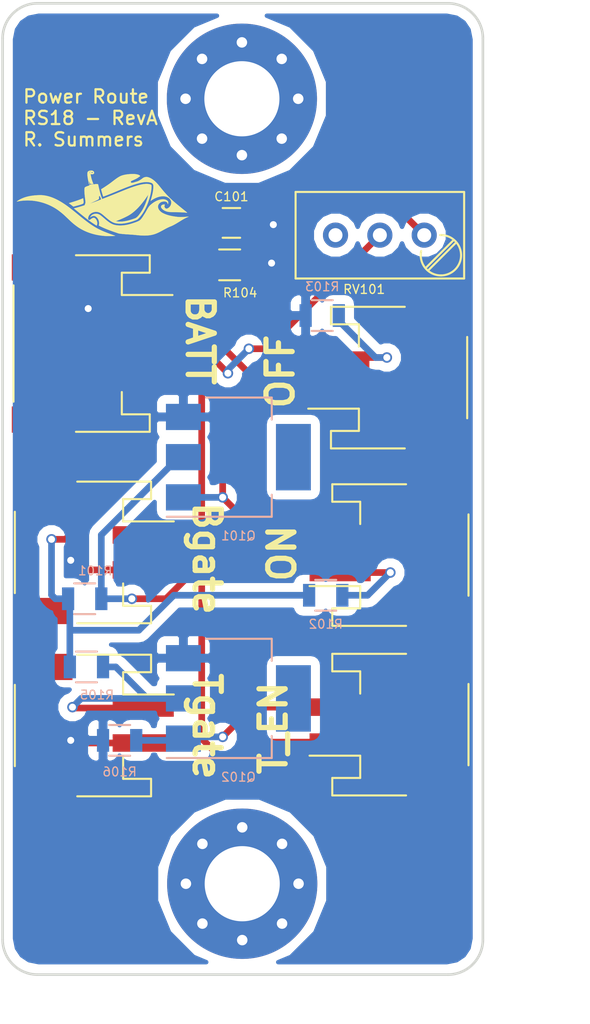
<source format=kicad_pcb>
(kicad_pcb (version 4) (host pcbnew 4.0.6-e0-6349~53~ubuntu16.04.1)

  (general
    (links 26)
    (no_connects 0)
    (area 170.824999 47.064999 198.475001 102.773001)
    (thickness 1.6)
    (drawings 17)
    (tracks 98)
    (zones 0)
    (modules 19)
    (nets 11)
  )

  (page A4)
  (layers
    (0 F.Cu signal)
    (31 B.Cu signal)
    (32 B.Adhes user)
    (33 F.Adhes user)
    (34 B.Paste user)
    (35 F.Paste user)
    (36 B.SilkS user)
    (37 F.SilkS user)
    (38 B.Mask user)
    (39 F.Mask user)
    (40 Dwgs.User user)
    (41 Cmts.User user)
    (42 Eco1.User user)
    (43 Eco2.User user)
    (44 Edge.Cuts user)
    (45 Margin user)
    (46 B.CrtYd user)
    (47 F.CrtYd user)
    (48 B.Fab user hide)
    (49 F.Fab user hide)
  )

  (setup
    (last_trace_width 0.25)
    (trace_clearance 0.2)
    (zone_clearance 0.508)
    (zone_45_only no)
    (trace_min 0.2)
    (segment_width 0.2)
    (edge_width 0.15)
    (via_size 0.6)
    (via_drill 0.4)
    (via_min_size 0.4)
    (via_min_drill 0.3)
    (uvia_size 0.3)
    (uvia_drill 0.1)
    (uvias_allowed no)
    (uvia_min_size 0.2)
    (uvia_min_drill 0.1)
    (pcb_text_width 0.3)
    (pcb_text_size 1.5 1.5)
    (mod_edge_width 0.15)
    (mod_text_size 1 1)
    (mod_text_width 0.15)
    (pad_size 2.9 2.9)
    (pad_drill 2.9)
    (pad_to_mask_clearance 0)
    (aux_axis_origin 0 0)
    (visible_elements FFFFFF7F)
    (pcbplotparams
      (layerselection 0x00030_80000001)
      (usegerberextensions false)
      (excludeedgelayer true)
      (linewidth 0.100000)
      (plotframeref false)
      (viasonmask false)
      (mode 1)
      (useauxorigin false)
      (hpglpennumber 1)
      (hpglpenspeed 20)
      (hpglpendiameter 15)
      (hpglpenoverlay 2)
      (psnegative false)
      (psa4output false)
      (plotreference true)
      (plotvalue true)
      (plotinvisibletext false)
      (padsonsilk false)
      (subtractmaskfromsilk false)
      (outputformat 1)
      (mirror false)
      (drillshape 1)
      (scaleselection 1)
      (outputdirectory ""))
  )

  (net 0 "")
  (net 1 "Net-(C101-Pad1)")
  (net 2 GND)
  (net 3 /Vbulkhead)
  (net 4 /Vbattery)
  (net 5 "Net-(J102-Pad1)")
  (net 6 "Net-(J103-Pad1)")
  (net 7 "Net-(Q102-Pad1)")
  (net 8 "Net-(R102-Pad2)")
  (net 9 "Net-(R103-Pad1)")
  (net 10 "Net-(RV101-Pad3)")

  (net_class Default "This is the default net class."
    (clearance 0.2)
    (trace_width 0.25)
    (via_dia 0.6)
    (via_drill 0.4)
    (uvia_dia 0.3)
    (uvia_drill 0.1)
    (add_net /Vbattery)
    (add_net /Vbulkhead)
    (add_net GND)
    (add_net "Net-(C101-Pad1)")
    (add_net "Net-(J102-Pad1)")
    (add_net "Net-(J103-Pad1)")
    (add_net "Net-(Q102-Pad1)")
    (add_net "Net-(R102-Pad2)")
    (add_net "Net-(R103-Pad1)")
    (add_net "Net-(RV101-Pad3)")
  )

  (module Mounting_Holes:MountingHole_4.3mm_M4_Pad_Via (layer F.Cu) (tedit 5A430D97) (tstamp 5A430CEC)
    (at 184.6 52.6)
    (descr "Mounting Hole 4.3mm, M4")
    (tags "mounting hole 4.3mm m4")
    (attr virtual)
    (fp_text reference REF** (at 0 -5.3) (layer F.SilkS) hide
      (effects (font (size 1 1) (thickness 0.15)))
    )
    (fp_text value MountingHole_4.3mm_M4_Pad_Via (at 0 5.3) (layer F.Fab)
      (effects (font (size 1 1) (thickness 0.15)))
    )
    (fp_text user %R (at 0.3 0) (layer F.Fab)
      (effects (font (size 1 1) (thickness 0.15)))
    )
    (fp_circle (center 0 0) (end 4.3 0) (layer Cmts.User) (width 0.15))
    (fp_circle (center 0 0) (end 4.55 0) (layer F.CrtYd) (width 0.05))
    (pad 1 thru_hole circle (at 0 0) (size 8.6 8.6) (drill 4.3) (layers *.Cu *.Mask))
    (pad "" thru_hole circle (at 3.225 0) (size 0.9 0.9) (drill 0.6) (layers *.Cu *.Mask))
    (pad "" thru_hole circle (at 2.280419 2.280419) (size 0.9 0.9) (drill 0.6) (layers *.Cu *.Mask))
    (pad "" thru_hole circle (at 0 3.225) (size 0.9 0.9) (drill 0.6) (layers *.Cu *.Mask))
    (pad "" thru_hole circle (at -2.280419 2.280419) (size 0.9 0.9) (drill 0.6) (layers *.Cu *.Mask))
    (pad "" thru_hole circle (at -3.225 0) (size 0.9 0.9) (drill 0.6) (layers *.Cu *.Mask))
    (pad "" thru_hole circle (at -2.280419 -2.280419) (size 0.9 0.9) (drill 0.6) (layers *.Cu *.Mask))
    (pad "" thru_hole circle (at 0 -3.225) (size 0.9 0.9) (drill 0.6) (layers *.Cu *.Mask))
    (pad "" thru_hole circle (at 2.280419 -2.280419) (size 0.9 0.9) (drill 0.6) (layers *.Cu *.Mask))
  )

  (module Capacitors_SMD:C_0805 (layer F.Cu) (tedit 5A3EB215) (tstamp 5A3EA390)
    (at 184 59.7)
    (descr "Capacitor SMD 0805, reflow soldering, AVX (see smccp.pdf)")
    (tags "capacitor 0805")
    (path /5A3EBB15)
    (attr smd)
    (fp_text reference C101 (at 0 -1.5) (layer F.SilkS)
      (effects (font (size 0.508 0.508) (thickness 0.0762)))
    )
    (fp_text value 1u (at 0 1.75) (layer F.Fab)
      (effects (font (size 1 1) (thickness 0.15)))
    )
    (fp_text user %R (at 0 -1.5) (layer F.Fab)
      (effects (font (size 1 1) (thickness 0.15)))
    )
    (fp_line (start -1 0.62) (end -1 -0.62) (layer F.Fab) (width 0.1))
    (fp_line (start 1 0.62) (end -1 0.62) (layer F.Fab) (width 0.1))
    (fp_line (start 1 -0.62) (end 1 0.62) (layer F.Fab) (width 0.1))
    (fp_line (start -1 -0.62) (end 1 -0.62) (layer F.Fab) (width 0.1))
    (fp_line (start 0.5 -0.85) (end -0.5 -0.85) (layer F.SilkS) (width 0.12))
    (fp_line (start -0.5 0.85) (end 0.5 0.85) (layer F.SilkS) (width 0.12))
    (fp_line (start -1.75 -0.88) (end 1.75 -0.88) (layer F.CrtYd) (width 0.05))
    (fp_line (start -1.75 -0.88) (end -1.75 0.87) (layer F.CrtYd) (width 0.05))
    (fp_line (start 1.75 0.87) (end 1.75 -0.88) (layer F.CrtYd) (width 0.05))
    (fp_line (start 1.75 0.87) (end -1.75 0.87) (layer F.CrtYd) (width 0.05))
    (pad 1 smd rect (at -1 0) (size 1 1.25) (layers F.Cu F.Paste F.Mask)
      (net 1 "Net-(C101-Pad1)"))
    (pad 2 smd rect (at 1 0) (size 1 1.25) (layers F.Cu F.Paste F.Mask)
      (net 2 GND))
    (model Capacitors_SMD.3dshapes/C_0805.wrl
      (at (xyz 0 0 0))
      (scale (xyz 1 1 1))
      (rotate (xyz 0 0 0))
    )
  )

  (module Connectors_JST:JST_PH_S3B-PH-SM4-TB_03x2.00mm_Angled (layer F.Cu) (tedit 5A3EB0E3) (tstamp 5A3EA3B2)
    (at 176 66.6 270)
    (descr "JST PH series connector, S3B-PH-SM4-TB, side entry type, surface mount, Datasheet: http://www.jst-mfg.com/product/pdf/eng/ePH.pdf")
    (tags "connector jst ph")
    (path /5A3E9BA1)
    (attr smd)
    (fp_text reference J101 (at 0 -5.625 270) (layer F.SilkS) hide
      (effects (font (size 1 1) (thickness 0.15)))
    )
    (fp_text value CONN_01X03 (at 0 5.375 270) (layer F.Fab)
      (effects (font (size 1 1) (thickness 0.15)))
    )
    (fp_line (start -4.15 -1.625) (end -4.15 -3.225) (layer F.Fab) (width 0.1))
    (fp_line (start -4.15 -3.225) (end -4.95 -3.225) (layer F.Fab) (width 0.1))
    (fp_line (start -4.95 -3.225) (end -4.95 4.375) (layer F.Fab) (width 0.1))
    (fp_line (start -4.95 4.375) (end 4.95 4.375) (layer F.Fab) (width 0.1))
    (fp_line (start 4.95 4.375) (end 4.95 -3.225) (layer F.Fab) (width 0.1))
    (fp_line (start 4.95 -3.225) (end 4.15 -3.225) (layer F.Fab) (width 0.1))
    (fp_line (start 4.15 -3.225) (end 4.15 -1.625) (layer F.Fab) (width 0.1))
    (fp_line (start 4.15 -1.625) (end -4.15 -1.625) (layer F.Fab) (width 0.1))
    (fp_line (start -2.775 -1.725) (end -4.05 -1.725) (layer F.SilkS) (width 0.12))
    (fp_line (start -4.05 -1.725) (end -4.05 -3.325) (layer F.SilkS) (width 0.12))
    (fp_line (start -4.05 -3.325) (end -5.05 -3.325) (layer F.SilkS) (width 0.12))
    (fp_line (start -5.05 -3.325) (end -5.05 0.9) (layer F.SilkS) (width 0.12))
    (fp_line (start 5.05 0.9) (end 5.05 -3.325) (layer F.SilkS) (width 0.12))
    (fp_line (start 5.05 -3.325) (end 4.05 -3.325) (layer F.SilkS) (width 0.12))
    (fp_line (start 4.05 -3.325) (end 4.05 -1.725) (layer F.SilkS) (width 0.12))
    (fp_line (start 4.05 -1.725) (end 2.775 -1.725) (layer F.SilkS) (width 0.12))
    (fp_line (start -3.325 4.475) (end 3.325 4.475) (layer F.SilkS) (width 0.12))
    (fp_line (start -2.775 -1.725) (end -2.775 -4.625) (layer F.SilkS) (width 0.12))
    (fp_line (start -3 -1.625) (end -2 -0.625) (layer F.Fab) (width 0.1))
    (fp_line (start -2 -0.625) (end -1 -1.625) (layer F.Fab) (width 0.1))
    (fp_line (start -5.6 -5.13) (end -5.6 5.07) (layer F.CrtYd) (width 0.05))
    (fp_line (start -5.6 5.07) (end 5.6 5.07) (layer F.CrtYd) (width 0.05))
    (fp_line (start 5.6 5.07) (end 5.6 -5.13) (layer F.CrtYd) (width 0.05))
    (fp_line (start 5.6 -5.13) (end -5.6 -5.13) (layer F.CrtYd) (width 0.05))
    (fp_text user %R (at 0 1.5 270) (layer F.Fab)
      (effects (font (size 1 1) (thickness 0.15)))
    )
    (pad 1 smd rect (at -2 -2.875 270) (size 1 3.5) (layers F.Cu F.Paste F.Mask)
      (net 2 GND))
    (pad 2 smd rect (at 0 -2.875 270) (size 1 3.5) (layers F.Cu F.Paste F.Mask)
      (net 3 /Vbulkhead))
    (pad 3 smd rect (at 2 -2.875 270) (size 1 3.5) (layers F.Cu F.Paste F.Mask)
      (net 4 /Vbattery))
    (pad "" smd rect (at -4.35 2.875 270) (size 1.5 3.4) (layers F.Cu F.Paste F.Mask))
    (pad "" smd rect (at 4.35 2.875 270) (size 1.5 3.4) (layers F.Cu F.Paste F.Mask))
    (model robosub.3dshapes/JST_S3B_PH_SM4_TB.wrl
      (at (xyz -0.4 0.5 0))
      (scale (xyz 0.4 0.4 0.4))
      (rotate (xyz -90 0 0))
    )
  )

  (module Connectors_JST:JST_PH_S2B-PH-SM4-TB_02x2.00mm_Angled (layer F.Cu) (tedit 5A3EB0E7) (tstamp 5A3EA3D3)
    (at 176.075 78.55 270)
    (descr "JST PH series connector, S2B-PH-SM4-TB, side entry type, surface mount, Datasheet: http://www.jst-mfg.com/product/pdf/eng/ePH.pdf")
    (tags "connector jst ph")
    (path /5A3E98E9)
    (attr smd)
    (fp_text reference J102 (at 0 -5.625 270) (layer F.SilkS) hide
      (effects (font (size 1 1) (thickness 0.15)))
    )
    (fp_text value CONN_01X02 (at 0 5.375 270) (layer F.Fab)
      (effects (font (size 1 1) (thickness 0.15)))
    )
    (fp_line (start -3.15 -1.625) (end -3.15 -3.225) (layer F.Fab) (width 0.1))
    (fp_line (start -3.15 -3.225) (end -3.95 -3.225) (layer F.Fab) (width 0.1))
    (fp_line (start -3.95 -3.225) (end -3.95 4.375) (layer F.Fab) (width 0.1))
    (fp_line (start -3.95 4.375) (end 3.95 4.375) (layer F.Fab) (width 0.1))
    (fp_line (start 3.95 4.375) (end 3.95 -3.225) (layer F.Fab) (width 0.1))
    (fp_line (start 3.95 -3.225) (end 3.15 -3.225) (layer F.Fab) (width 0.1))
    (fp_line (start 3.15 -3.225) (end 3.15 -1.625) (layer F.Fab) (width 0.1))
    (fp_line (start 3.15 -1.625) (end -3.15 -1.625) (layer F.Fab) (width 0.1))
    (fp_line (start -1.775 -1.725) (end -3.05 -1.725) (layer F.SilkS) (width 0.12))
    (fp_line (start -3.05 -1.725) (end -3.05 -3.325) (layer F.SilkS) (width 0.12))
    (fp_line (start -3.05 -3.325) (end -4.05 -3.325) (layer F.SilkS) (width 0.12))
    (fp_line (start -4.05 -3.325) (end -4.05 0.9) (layer F.SilkS) (width 0.12))
    (fp_line (start 4.05 0.9) (end 4.05 -3.325) (layer F.SilkS) (width 0.12))
    (fp_line (start 4.05 -3.325) (end 3.05 -3.325) (layer F.SilkS) (width 0.12))
    (fp_line (start 3.05 -3.325) (end 3.05 -1.725) (layer F.SilkS) (width 0.12))
    (fp_line (start 3.05 -1.725) (end 1.775 -1.725) (layer F.SilkS) (width 0.12))
    (fp_line (start -2.325 4.475) (end 2.325 4.475) (layer F.SilkS) (width 0.12))
    (fp_line (start -1.775 -1.725) (end -1.775 -4.625) (layer F.SilkS) (width 0.12))
    (fp_line (start -2 -1.625) (end -1 -0.625) (layer F.Fab) (width 0.1))
    (fp_line (start -1 -0.625) (end 0 -1.625) (layer F.Fab) (width 0.1))
    (fp_line (start -4.6 -5.13) (end -4.6 5.07) (layer F.CrtYd) (width 0.05))
    (fp_line (start -4.6 5.07) (end 4.6 5.07) (layer F.CrtYd) (width 0.05))
    (fp_line (start 4.6 5.07) (end 4.6 -5.13) (layer F.CrtYd) (width 0.05))
    (fp_line (start 4.6 -5.13) (end -4.6 -5.13) (layer F.CrtYd) (width 0.05))
    (fp_text user %R (at 0 1.5 270) (layer F.Fab)
      (effects (font (size 1 1) (thickness 0.15)))
    )
    (pad 1 smd rect (at -1 -2.875 270) (size 1 3.5) (layers F.Cu F.Paste F.Mask)
      (net 5 "Net-(J102-Pad1)"))
    (pad 2 smd rect (at 1 -2.875 270) (size 1 3.5) (layers F.Cu F.Paste F.Mask)
      (net 2 GND))
    (pad "" smd rect (at -3.35 2.875 270) (size 1.5 3.4) (layers F.Cu F.Paste F.Mask))
    (pad "" smd rect (at 3.35 2.875 270) (size 1.5 3.4) (layers F.Cu F.Paste F.Mask))
    (model robosub.3dshapes/JST_S2B_PH_SM4_TB.wrl
      (at (xyz -0.32 0.5 0))
      (scale (xyz 0.4 0.4 0.4))
      (rotate (xyz -90 0 0))
    )
  )

  (module Connectors_JST:JST_PH_S2B-PH-SM4-TB_02x2.00mm_Angled (layer F.Cu) (tedit 5A3EB0EB) (tstamp 5A3EA3F4)
    (at 176.075 88.45 270)
    (descr "JST PH series connector, S2B-PH-SM4-TB, side entry type, surface mount, Datasheet: http://www.jst-mfg.com/product/pdf/eng/ePH.pdf")
    (tags "connector jst ph")
    (path /5A3F3E98)
    (attr smd)
    (fp_text reference J103 (at 0 -5.625 270) (layer F.SilkS) hide
      (effects (font (size 1 1) (thickness 0.15)))
    )
    (fp_text value CONN_01X02 (at 0 5.375 270) (layer F.Fab)
      (effects (font (size 1 1) (thickness 0.15)))
    )
    (fp_line (start -3.15 -1.625) (end -3.15 -3.225) (layer F.Fab) (width 0.1))
    (fp_line (start -3.15 -3.225) (end -3.95 -3.225) (layer F.Fab) (width 0.1))
    (fp_line (start -3.95 -3.225) (end -3.95 4.375) (layer F.Fab) (width 0.1))
    (fp_line (start -3.95 4.375) (end 3.95 4.375) (layer F.Fab) (width 0.1))
    (fp_line (start 3.95 4.375) (end 3.95 -3.225) (layer F.Fab) (width 0.1))
    (fp_line (start 3.95 -3.225) (end 3.15 -3.225) (layer F.Fab) (width 0.1))
    (fp_line (start 3.15 -3.225) (end 3.15 -1.625) (layer F.Fab) (width 0.1))
    (fp_line (start 3.15 -1.625) (end -3.15 -1.625) (layer F.Fab) (width 0.1))
    (fp_line (start -1.775 -1.725) (end -3.05 -1.725) (layer F.SilkS) (width 0.12))
    (fp_line (start -3.05 -1.725) (end -3.05 -3.325) (layer F.SilkS) (width 0.12))
    (fp_line (start -3.05 -3.325) (end -4.05 -3.325) (layer F.SilkS) (width 0.12))
    (fp_line (start -4.05 -3.325) (end -4.05 0.9) (layer F.SilkS) (width 0.12))
    (fp_line (start 4.05 0.9) (end 4.05 -3.325) (layer F.SilkS) (width 0.12))
    (fp_line (start 4.05 -3.325) (end 3.05 -3.325) (layer F.SilkS) (width 0.12))
    (fp_line (start 3.05 -3.325) (end 3.05 -1.725) (layer F.SilkS) (width 0.12))
    (fp_line (start 3.05 -1.725) (end 1.775 -1.725) (layer F.SilkS) (width 0.12))
    (fp_line (start -2.325 4.475) (end 2.325 4.475) (layer F.SilkS) (width 0.12))
    (fp_line (start -1.775 -1.725) (end -1.775 -4.625) (layer F.SilkS) (width 0.12))
    (fp_line (start -2 -1.625) (end -1 -0.625) (layer F.Fab) (width 0.1))
    (fp_line (start -1 -0.625) (end 0 -1.625) (layer F.Fab) (width 0.1))
    (fp_line (start -4.6 -5.13) (end -4.6 5.07) (layer F.CrtYd) (width 0.05))
    (fp_line (start -4.6 5.07) (end 4.6 5.07) (layer F.CrtYd) (width 0.05))
    (fp_line (start 4.6 5.07) (end 4.6 -5.13) (layer F.CrtYd) (width 0.05))
    (fp_line (start 4.6 -5.13) (end -4.6 -5.13) (layer F.CrtYd) (width 0.05))
    (fp_text user %R (at 0 1.5 270) (layer F.Fab)
      (effects (font (size 1 1) (thickness 0.15)))
    )
    (pad 1 smd rect (at -1 -2.875 270) (size 1 3.5) (layers F.Cu F.Paste F.Mask)
      (net 6 "Net-(J103-Pad1)"))
    (pad 2 smd rect (at 1 -2.875 270) (size 1 3.5) (layers F.Cu F.Paste F.Mask)
      (net 2 GND))
    (pad "" smd rect (at -3.35 2.875 270) (size 1.5 3.4) (layers F.Cu F.Paste F.Mask))
    (pad "" smd rect (at 3.35 2.875 270) (size 1.5 3.4) (layers F.Cu F.Paste F.Mask))
    (model robosub.3dshapes/JST_S2B_PH_SM4_TB.wrl
      (at (xyz -0.32 0.5 0))
      (scale (xyz 0.4 0.4 0.4))
      (rotate (xyz -90 0 0))
    )
  )

  (module TO_SOT_Packages_SMD:SOT-223 (layer B.Cu) (tedit 5A3EB291) (tstamp 5A3EA40A)
    (at 184.4 73.1)
    (descr "module CMS SOT223 4 pins")
    (tags "CMS SOT")
    (path /5A3F37D9)
    (attr smd)
    (fp_text reference Q101 (at 0 4.5) (layer B.SilkS)
      (effects (font (size 0.508 0.508) (thickness 0.0762)) (justify mirror))
    )
    (fp_text value Q_NMOS_GDS (at 0 -4.5) (layer B.Fab)
      (effects (font (size 1 1) (thickness 0.15)) (justify mirror))
    )
    (fp_text user %R (at 0 0 270) (layer B.Fab)
      (effects (font (size 0.8 0.8) (thickness 0.12)) (justify mirror))
    )
    (fp_line (start -1.85 2.3) (end -0.8 3.35) (layer B.Fab) (width 0.1))
    (fp_line (start 1.91 -3.41) (end 1.91 -2.15) (layer B.SilkS) (width 0.12))
    (fp_line (start 1.91 3.41) (end 1.91 2.15) (layer B.SilkS) (width 0.12))
    (fp_line (start 4.4 3.6) (end -4.4 3.6) (layer B.CrtYd) (width 0.05))
    (fp_line (start 4.4 -3.6) (end 4.4 3.6) (layer B.CrtYd) (width 0.05))
    (fp_line (start -4.4 -3.6) (end 4.4 -3.6) (layer B.CrtYd) (width 0.05))
    (fp_line (start -4.4 3.6) (end -4.4 -3.6) (layer B.CrtYd) (width 0.05))
    (fp_line (start -1.85 2.3) (end -1.85 -3.35) (layer B.Fab) (width 0.1))
    (fp_line (start -1.85 -3.41) (end 1.91 -3.41) (layer B.SilkS) (width 0.12))
    (fp_line (start -0.8 3.35) (end 1.85 3.35) (layer B.Fab) (width 0.1))
    (fp_line (start -4.1 3.41) (end 1.91 3.41) (layer B.SilkS) (width 0.12))
    (fp_line (start -1.85 -3.35) (end 1.85 -3.35) (layer B.Fab) (width 0.1))
    (fp_line (start 1.85 3.35) (end 1.85 -3.35) (layer B.Fab) (width 0.1))
    (pad 4 smd rect (at 3.15 0) (size 2 3.8) (layers B.Cu B.Paste B.Mask))
    (pad 2 smd rect (at -3.15 0) (size 2 1.5) (layers B.Cu B.Paste B.Mask)
      (net 5 "Net-(J102-Pad1)"))
    (pad 3 smd rect (at -3.15 -2.3) (size 2 1.5) (layers B.Cu B.Paste B.Mask)
      (net 2 GND))
    (pad 1 smd rect (at -3.15 2.3) (size 2 1.5) (layers B.Cu B.Paste B.Mask)
      (net 1 "Net-(C101-Pad1)"))
    (model ${KISYS3DMOD}/TO_SOT_Packages_SMD.3dshapes/SOT-223.wrl
      (at (xyz 0 0 0))
      (scale (xyz 0.4 0.4 0.4))
      (rotate (xyz 0 0 90))
    )
  )

  (module TO_SOT_Packages_SMD:SOT-223 (layer B.Cu) (tedit 5A3EB27B) (tstamp 5A3EA420)
    (at 184.4 86.9)
    (descr "module CMS SOT223 4 pins")
    (tags "CMS SOT")
    (path /5A3F3B85)
    (attr smd)
    (fp_text reference Q102 (at 0 4.5) (layer B.SilkS)
      (effects (font (size 0.508 0.508) (thickness 0.0762)) (justify mirror))
    )
    (fp_text value Q_NMOS_GDS (at 0 -4.5) (layer B.Fab)
      (effects (font (size 1 1) (thickness 0.15)) (justify mirror))
    )
    (fp_text user %R (at 0 0 270) (layer B.Fab)
      (effects (font (size 0.8 0.8) (thickness 0.12)) (justify mirror))
    )
    (fp_line (start -1.85 2.3) (end -0.8 3.35) (layer B.Fab) (width 0.1))
    (fp_line (start 1.91 -3.41) (end 1.91 -2.15) (layer B.SilkS) (width 0.12))
    (fp_line (start 1.91 3.41) (end 1.91 2.15) (layer B.SilkS) (width 0.12))
    (fp_line (start 4.4 3.6) (end -4.4 3.6) (layer B.CrtYd) (width 0.05))
    (fp_line (start 4.4 -3.6) (end 4.4 3.6) (layer B.CrtYd) (width 0.05))
    (fp_line (start -4.4 -3.6) (end 4.4 -3.6) (layer B.CrtYd) (width 0.05))
    (fp_line (start -4.4 3.6) (end -4.4 -3.6) (layer B.CrtYd) (width 0.05))
    (fp_line (start -1.85 2.3) (end -1.85 -3.35) (layer B.Fab) (width 0.1))
    (fp_line (start -1.85 -3.41) (end 1.91 -3.41) (layer B.SilkS) (width 0.12))
    (fp_line (start -0.8 3.35) (end 1.85 3.35) (layer B.Fab) (width 0.1))
    (fp_line (start -4.1 3.41) (end 1.91 3.41) (layer B.SilkS) (width 0.12))
    (fp_line (start -1.85 -3.35) (end 1.85 -3.35) (layer B.Fab) (width 0.1))
    (fp_line (start 1.85 3.35) (end 1.85 -3.35) (layer B.Fab) (width 0.1))
    (pad 4 smd rect (at 3.15 0) (size 2 3.8) (layers B.Cu B.Paste B.Mask))
    (pad 2 smd rect (at -3.15 0) (size 2 1.5) (layers B.Cu B.Paste B.Mask)
      (net 6 "Net-(J103-Pad1)"))
    (pad 3 smd rect (at -3.15 -2.3) (size 2 1.5) (layers B.Cu B.Paste B.Mask)
      (net 2 GND))
    (pad 1 smd rect (at -3.15 2.3) (size 2 1.5) (layers B.Cu B.Paste B.Mask)
      (net 7 "Net-(Q102-Pad1)"))
    (model ${KISYS3DMOD}/TO_SOT_Packages_SMD.3dshapes/SOT-223.wrl
      (at (xyz 0 0 0))
      (scale (xyz 0.4 0.4 0.4))
      (rotate (xyz 0 0 90))
    )
  )

  (module Resistors_SMD:R_0805 (layer B.Cu) (tedit 5A3EB287) (tstamp 5A3EA431)
    (at 175.6 81.2)
    (descr "Resistor SMD 0805, reflow soldering, Vishay (see dcrcw.pdf)")
    (tags "resistor 0805")
    (path /5A3F205B)
    (attr smd)
    (fp_text reference R101 (at 0.6 -1.6) (layer B.SilkS)
      (effects (font (size 0.508 0.508) (thickness 0.0762)) (justify mirror))
    )
    (fp_text value 10k (at 0 -1.75) (layer B.Fab)
      (effects (font (size 1 1) (thickness 0.15)) (justify mirror))
    )
    (fp_text user %R (at 0 0) (layer B.Fab)
      (effects (font (size 0.5 0.5) (thickness 0.075)) (justify mirror))
    )
    (fp_line (start -1 -0.62) (end -1 0.62) (layer B.Fab) (width 0.1))
    (fp_line (start 1 -0.62) (end -1 -0.62) (layer B.Fab) (width 0.1))
    (fp_line (start 1 0.62) (end 1 -0.62) (layer B.Fab) (width 0.1))
    (fp_line (start -1 0.62) (end 1 0.62) (layer B.Fab) (width 0.1))
    (fp_line (start 0.6 -0.88) (end -0.6 -0.88) (layer B.SilkS) (width 0.12))
    (fp_line (start -0.6 0.88) (end 0.6 0.88) (layer B.SilkS) (width 0.12))
    (fp_line (start -1.55 0.9) (end 1.55 0.9) (layer B.CrtYd) (width 0.05))
    (fp_line (start -1.55 0.9) (end -1.55 -0.9) (layer B.CrtYd) (width 0.05))
    (fp_line (start 1.55 -0.9) (end 1.55 0.9) (layer B.CrtYd) (width 0.05))
    (fp_line (start 1.55 -0.9) (end -1.55 -0.9) (layer B.CrtYd) (width 0.05))
    (pad 1 smd rect (at -0.95 0) (size 0.7 1.3) (layers B.Cu B.Paste B.Mask)
      (net 4 /Vbattery))
    (pad 2 smd rect (at 0.95 0) (size 0.7 1.3) (layers B.Cu B.Paste B.Mask)
      (net 5 "Net-(J102-Pad1)"))
    (model ${KISYS3DMOD}/Resistors_SMD.3dshapes/R_0805.wrl
      (at (xyz 0 0 0))
      (scale (xyz 1 1 1))
      (rotate (xyz 0 0 0))
    )
  )

  (module Resistors_SMD:R_0805 (layer B.Cu) (tedit 5A3EB277) (tstamp 5A3EA442)
    (at 189.4 81)
    (descr "Resistor SMD 0805, reflow soldering, Vishay (see dcrcw.pdf)")
    (tags "resistor 0805")
    (path /5A3ECDA8)
    (attr smd)
    (fp_text reference R102 (at 0 1.65) (layer B.SilkS)
      (effects (font (size 0.508 0.508) (thickness 0.0762)) (justify mirror))
    )
    (fp_text value 1k (at 0 -1.75) (layer B.Fab)
      (effects (font (size 1 1) (thickness 0.15)) (justify mirror))
    )
    (fp_text user %R (at 0 0) (layer B.Fab)
      (effects (font (size 0.5 0.5) (thickness 0.075)) (justify mirror))
    )
    (fp_line (start -1 -0.62) (end -1 0.62) (layer B.Fab) (width 0.1))
    (fp_line (start 1 -0.62) (end -1 -0.62) (layer B.Fab) (width 0.1))
    (fp_line (start 1 0.62) (end 1 -0.62) (layer B.Fab) (width 0.1))
    (fp_line (start -1 0.62) (end 1 0.62) (layer B.Fab) (width 0.1))
    (fp_line (start 0.6 -0.88) (end -0.6 -0.88) (layer B.SilkS) (width 0.12))
    (fp_line (start -0.6 0.88) (end 0.6 0.88) (layer B.SilkS) (width 0.12))
    (fp_line (start -1.55 0.9) (end 1.55 0.9) (layer B.CrtYd) (width 0.05))
    (fp_line (start -1.55 0.9) (end -1.55 -0.9) (layer B.CrtYd) (width 0.05))
    (fp_line (start 1.55 -0.9) (end 1.55 0.9) (layer B.CrtYd) (width 0.05))
    (fp_line (start 1.55 -0.9) (end -1.55 -0.9) (layer B.CrtYd) (width 0.05))
    (pad 1 smd rect (at -0.95 0) (size 0.7 1.3) (layers B.Cu B.Paste B.Mask)
      (net 4 /Vbattery))
    (pad 2 smd rect (at 0.95 0) (size 0.7 1.3) (layers B.Cu B.Paste B.Mask)
      (net 8 "Net-(R102-Pad2)"))
    (model ${KISYS3DMOD}/Resistors_SMD.3dshapes/R_0805.wrl
      (at (xyz 0 0 0))
      (scale (xyz 1 1 1))
      (rotate (xyz 0 0 0))
    )
  )

  (module Resistors_SMD:R_0805 (layer B.Cu) (tedit 5A3EB298) (tstamp 5A3EA453)
    (at 189.2 65 180)
    (descr "Resistor SMD 0805, reflow soldering, Vishay (see dcrcw.pdf)")
    (tags "resistor 0805")
    (path /5A3ECD09)
    (attr smd)
    (fp_text reference R103 (at 0 1.65 180) (layer B.SilkS)
      (effects (font (size 0.508 0.508) (thickness 0.0762)) (justify mirror))
    )
    (fp_text value 1k (at 0 -1.75 180) (layer B.Fab)
      (effects (font (size 1 1) (thickness 0.15)) (justify mirror))
    )
    (fp_text user %R (at 0 0 180) (layer B.Fab)
      (effects (font (size 0.5 0.5) (thickness 0.075)) (justify mirror))
    )
    (fp_line (start -1 -0.62) (end -1 0.62) (layer B.Fab) (width 0.1))
    (fp_line (start 1 -0.62) (end -1 -0.62) (layer B.Fab) (width 0.1))
    (fp_line (start 1 0.62) (end 1 -0.62) (layer B.Fab) (width 0.1))
    (fp_line (start -1 0.62) (end 1 0.62) (layer B.Fab) (width 0.1))
    (fp_line (start 0.6 -0.88) (end -0.6 -0.88) (layer B.SilkS) (width 0.12))
    (fp_line (start -0.6 0.88) (end 0.6 0.88) (layer B.SilkS) (width 0.12))
    (fp_line (start -1.55 0.9) (end 1.55 0.9) (layer B.CrtYd) (width 0.05))
    (fp_line (start -1.55 0.9) (end -1.55 -0.9) (layer B.CrtYd) (width 0.05))
    (fp_line (start 1.55 -0.9) (end 1.55 0.9) (layer B.CrtYd) (width 0.05))
    (fp_line (start 1.55 -0.9) (end -1.55 -0.9) (layer B.CrtYd) (width 0.05))
    (pad 1 smd rect (at -0.95 0 180) (size 0.7 1.3) (layers B.Cu B.Paste B.Mask)
      (net 9 "Net-(R103-Pad1)"))
    (pad 2 smd rect (at 0.95 0 180) (size 0.7 1.3) (layers B.Cu B.Paste B.Mask)
      (net 2 GND))
    (model ${KISYS3DMOD}/Resistors_SMD.3dshapes/R_0805.wrl
      (at (xyz 0 0 0))
      (scale (xyz 1 1 1))
      (rotate (xyz 0 0 0))
    )
  )

  (module Resistors_SMD:R_0805 (layer F.Cu) (tedit 5A3EB20D) (tstamp 5A3EA464)
    (at 183.9 62.1)
    (descr "Resistor SMD 0805, reflow soldering, Vishay (see dcrcw.pdf)")
    (tags "resistor 0805")
    (path /5A3EBB6C)
    (attr smd)
    (fp_text reference R104 (at 0.6 1.6) (layer F.SilkS)
      (effects (font (size 0.508 0.508) (thickness 0.0762)))
    )
    (fp_text value 10k (at 0 1.75) (layer F.Fab)
      (effects (font (size 1 1) (thickness 0.15)))
    )
    (fp_text user %R (at 0 0) (layer F.Fab)
      (effects (font (size 0.5 0.5) (thickness 0.075)))
    )
    (fp_line (start -1 0.62) (end -1 -0.62) (layer F.Fab) (width 0.1))
    (fp_line (start 1 0.62) (end -1 0.62) (layer F.Fab) (width 0.1))
    (fp_line (start 1 -0.62) (end 1 0.62) (layer F.Fab) (width 0.1))
    (fp_line (start -1 -0.62) (end 1 -0.62) (layer F.Fab) (width 0.1))
    (fp_line (start 0.6 0.88) (end -0.6 0.88) (layer F.SilkS) (width 0.12))
    (fp_line (start -0.6 -0.88) (end 0.6 -0.88) (layer F.SilkS) (width 0.12))
    (fp_line (start -1.55 -0.9) (end 1.55 -0.9) (layer F.CrtYd) (width 0.05))
    (fp_line (start -1.55 -0.9) (end -1.55 0.9) (layer F.CrtYd) (width 0.05))
    (fp_line (start 1.55 0.9) (end 1.55 -0.9) (layer F.CrtYd) (width 0.05))
    (fp_line (start 1.55 0.9) (end -1.55 0.9) (layer F.CrtYd) (width 0.05))
    (pad 1 smd rect (at -0.95 0) (size 0.7 1.3) (layers F.Cu F.Paste F.Mask)
      (net 1 "Net-(C101-Pad1)"))
    (pad 2 smd rect (at 0.95 0) (size 0.7 1.3) (layers F.Cu F.Paste F.Mask)
      (net 2 GND))
    (model ${KISYS3DMOD}/Resistors_SMD.3dshapes/R_0805.wrl
      (at (xyz 0 0 0))
      (scale (xyz 1 1 1))
      (rotate (xyz 0 0 0))
    )
  )

  (module Resistors_SMD:R_0805 (layer B.Cu) (tedit 5A3EB282) (tstamp 5A3EA475)
    (at 175.7 85.1)
    (descr "Resistor SMD 0805, reflow soldering, Vishay (see dcrcw.pdf)")
    (tags "resistor 0805")
    (path /5A3F1A05)
    (attr smd)
    (fp_text reference R105 (at 0.6 1.6) (layer B.SilkS)
      (effects (font (size 0.508 0.508) (thickness 0.0762)) (justify mirror))
    )
    (fp_text value 10k (at 0 -1.75) (layer B.Fab)
      (effects (font (size 1 1) (thickness 0.15)) (justify mirror))
    )
    (fp_text user %R (at 0 0) (layer B.Fab)
      (effects (font (size 0.5 0.5) (thickness 0.075)) (justify mirror))
    )
    (fp_line (start -1 -0.62) (end -1 0.62) (layer B.Fab) (width 0.1))
    (fp_line (start 1 -0.62) (end -1 -0.62) (layer B.Fab) (width 0.1))
    (fp_line (start 1 0.62) (end 1 -0.62) (layer B.Fab) (width 0.1))
    (fp_line (start -1 0.62) (end 1 0.62) (layer B.Fab) (width 0.1))
    (fp_line (start 0.6 -0.88) (end -0.6 -0.88) (layer B.SilkS) (width 0.12))
    (fp_line (start -0.6 0.88) (end 0.6 0.88) (layer B.SilkS) (width 0.12))
    (fp_line (start -1.55 0.9) (end 1.55 0.9) (layer B.CrtYd) (width 0.05))
    (fp_line (start -1.55 0.9) (end -1.55 -0.9) (layer B.CrtYd) (width 0.05))
    (fp_line (start 1.55 -0.9) (end 1.55 0.9) (layer B.CrtYd) (width 0.05))
    (fp_line (start 1.55 -0.9) (end -1.55 -0.9) (layer B.CrtYd) (width 0.05))
    (pad 1 smd rect (at -0.95 0) (size 0.7 1.3) (layers B.Cu B.Paste B.Mask)
      (net 4 /Vbattery))
    (pad 2 smd rect (at 0.95 0) (size 0.7 1.3) (layers B.Cu B.Paste B.Mask)
      (net 6 "Net-(J103-Pad1)"))
    (model ${KISYS3DMOD}/Resistors_SMD.3dshapes/R_0805.wrl
      (at (xyz 0 0 0))
      (scale (xyz 1 1 1))
      (rotate (xyz 0 0 0))
    )
  )

  (module Resistors_SMD:R_0805 (layer B.Cu) (tedit 5A3EB27E) (tstamp 5A3EA486)
    (at 177.6 89.3 180)
    (descr "Resistor SMD 0805, reflow soldering, Vishay (see dcrcw.pdf)")
    (tags "resistor 0805")
    (path /5A3F1D5A)
    (attr smd)
    (fp_text reference R106 (at 0 -1.8 180) (layer B.SilkS)
      (effects (font (size 0.508 0.508) (thickness 0.0762)) (justify mirror))
    )
    (fp_text value 10k (at 0 -1.75 180) (layer B.Fab)
      (effects (font (size 1 1) (thickness 0.15)) (justify mirror))
    )
    (fp_text user %R (at 0 0 180) (layer B.Fab)
      (effects (font (size 0.5 0.5) (thickness 0.075)) (justify mirror))
    )
    (fp_line (start -1 -0.62) (end -1 0.62) (layer B.Fab) (width 0.1))
    (fp_line (start 1 -0.62) (end -1 -0.62) (layer B.Fab) (width 0.1))
    (fp_line (start 1 0.62) (end 1 -0.62) (layer B.Fab) (width 0.1))
    (fp_line (start -1 0.62) (end 1 0.62) (layer B.Fab) (width 0.1))
    (fp_line (start 0.6 -0.88) (end -0.6 -0.88) (layer B.SilkS) (width 0.12))
    (fp_line (start -0.6 0.88) (end 0.6 0.88) (layer B.SilkS) (width 0.12))
    (fp_line (start -1.55 0.9) (end 1.55 0.9) (layer B.CrtYd) (width 0.05))
    (fp_line (start -1.55 0.9) (end -1.55 -0.9) (layer B.CrtYd) (width 0.05))
    (fp_line (start 1.55 -0.9) (end 1.55 0.9) (layer B.CrtYd) (width 0.05))
    (fp_line (start 1.55 -0.9) (end -1.55 -0.9) (layer B.CrtYd) (width 0.05))
    (pad 1 smd rect (at -0.95 0 180) (size 0.7 1.3) (layers B.Cu B.Paste B.Mask)
      (net 7 "Net-(Q102-Pad1)"))
    (pad 2 smd rect (at 0.95 0 180) (size 0.7 1.3) (layers B.Cu B.Paste B.Mask)
      (net 2 GND))
    (model ${KISYS3DMOD}/Resistors_SMD.3dshapes/R_0805.wrl
      (at (xyz 0 0 0))
      (scale (xyz 1 1 1))
      (rotate (xyz 0 0 0))
    )
  )

  (module Potentiometers:Potentiometer_Trimmer_Bourns_3296W (layer F.Cu) (tedit 5A3EB204) (tstamp 5A3EA4A0)
    (at 195.04 60.4)
    (descr "Spindle Trimmer Potentiometer, Bourns 3296W, https://www.bourns.com/pdfs/3296.pdf")
    (tags "Spindle Trimmer Potentiometer   Bourns 3296W")
    (path /5A3EBBAD)
    (fp_text reference RV101 (at -3.44 3.1) (layer F.SilkS)
      (effects (font (size 0.508 0.508) (thickness 0.0762)))
    )
    (fp_text value POT (at -2.54 3.67) (layer F.Fab)
      (effects (font (size 1 1) (thickness 0.15)))
    )
    (fp_arc (start 0.955 1.15) (end 0.955 2.305) (angle -182) (layer F.SilkS) (width 0.12))
    (fp_arc (start 0.955 1.15) (end -0.174 0.91) (angle -103) (layer F.SilkS) (width 0.12))
    (fp_circle (center 0.955 1.15) (end 2.05 1.15) (layer F.Fab) (width 0.1))
    (fp_line (start -7.305 -2.41) (end -7.305 2.42) (layer F.Fab) (width 0.1))
    (fp_line (start -7.305 2.42) (end 2.225 2.42) (layer F.Fab) (width 0.1))
    (fp_line (start 2.225 2.42) (end 2.225 -2.41) (layer F.Fab) (width 0.1))
    (fp_line (start 2.225 -2.41) (end -7.305 -2.41) (layer F.Fab) (width 0.1))
    (fp_line (start 1.786 0.454) (end 0.259 1.981) (layer F.Fab) (width 0.1))
    (fp_line (start 1.652 0.32) (end 0.125 1.847) (layer F.Fab) (width 0.1))
    (fp_line (start -7.365 -2.47) (end 2.285 -2.47) (layer F.SilkS) (width 0.12))
    (fp_line (start -7.365 2.481) (end 2.285 2.481) (layer F.SilkS) (width 0.12))
    (fp_line (start -7.365 -2.47) (end -7.365 2.481) (layer F.SilkS) (width 0.12))
    (fp_line (start 2.285 -2.47) (end 2.285 2.481) (layer F.SilkS) (width 0.12))
    (fp_line (start 1.831 0.416) (end 0.22 2.026) (layer F.SilkS) (width 0.12))
    (fp_line (start 1.691 0.275) (end 0.079 1.885) (layer F.SilkS) (width 0.12))
    (fp_line (start -7.6 -2.7) (end -7.6 2.7) (layer F.CrtYd) (width 0.05))
    (fp_line (start -7.6 2.7) (end 2.5 2.7) (layer F.CrtYd) (width 0.05))
    (fp_line (start 2.5 2.7) (end 2.5 -2.7) (layer F.CrtYd) (width 0.05))
    (fp_line (start 2.5 -2.7) (end -7.6 -2.7) (layer F.CrtYd) (width 0.05))
    (pad 1 thru_hole circle (at 0 0) (size 1.44 1.44) (drill 0.8) (layers *.Cu *.Mask)
      (net 1 "Net-(C101-Pad1)"))
    (pad 2 thru_hole circle (at -2.54 0) (size 1.44 1.44) (drill 0.8) (layers *.Cu *.Mask)
      (net 3 /Vbulkhead))
    (pad 3 thru_hole circle (at -5.08 0) (size 1.44 1.44) (drill 0.8) (layers *.Cu *.Mask)
      (net 10 "Net-(RV101-Pad3)"))
    (model Potentiometers.3dshapes/Potentiometer_Trimmer_Bourns_3296W.wrl
      (at (xyz 0 0 0))
      (scale (xyz 1 1 1))
      (rotate (xyz 0 0 -90))
    )
  )

  (module Connectors_JST:JST_PH_S2B-PH-SM4-TB_02x2.00mm_Angled (layer F.Cu) (tedit 5A3EB0D9) (tstamp 5A3EA561)
    (at 193.1 78.7 90)
    (descr "JST PH series connector, S2B-PH-SM4-TB, side entry type, surface mount, Datasheet: http://www.jst-mfg.com/product/pdf/eng/ePH.pdf")
    (tags "connector jst ph")
    (path /5A3E97CC)
    (attr smd)
    (fp_text reference SW101 (at 0 -5.625 90) (layer F.SilkS) hide
      (effects (font (size 1 1) (thickness 0.15)))
    )
    (fp_text value SW_ON (at 0 5.375 90) (layer F.Fab)
      (effects (font (size 1 1) (thickness 0.15)))
    )
    (fp_line (start -3.15 -1.625) (end -3.15 -3.225) (layer F.Fab) (width 0.1))
    (fp_line (start -3.15 -3.225) (end -3.95 -3.225) (layer F.Fab) (width 0.1))
    (fp_line (start -3.95 -3.225) (end -3.95 4.375) (layer F.Fab) (width 0.1))
    (fp_line (start -3.95 4.375) (end 3.95 4.375) (layer F.Fab) (width 0.1))
    (fp_line (start 3.95 4.375) (end 3.95 -3.225) (layer F.Fab) (width 0.1))
    (fp_line (start 3.95 -3.225) (end 3.15 -3.225) (layer F.Fab) (width 0.1))
    (fp_line (start 3.15 -3.225) (end 3.15 -1.625) (layer F.Fab) (width 0.1))
    (fp_line (start 3.15 -1.625) (end -3.15 -1.625) (layer F.Fab) (width 0.1))
    (fp_line (start -1.775 -1.725) (end -3.05 -1.725) (layer F.SilkS) (width 0.12))
    (fp_line (start -3.05 -1.725) (end -3.05 -3.325) (layer F.SilkS) (width 0.12))
    (fp_line (start -3.05 -3.325) (end -4.05 -3.325) (layer F.SilkS) (width 0.12))
    (fp_line (start -4.05 -3.325) (end -4.05 0.9) (layer F.SilkS) (width 0.12))
    (fp_line (start 4.05 0.9) (end 4.05 -3.325) (layer F.SilkS) (width 0.12))
    (fp_line (start 4.05 -3.325) (end 3.05 -3.325) (layer F.SilkS) (width 0.12))
    (fp_line (start 3.05 -3.325) (end 3.05 -1.725) (layer F.SilkS) (width 0.12))
    (fp_line (start 3.05 -1.725) (end 1.775 -1.725) (layer F.SilkS) (width 0.12))
    (fp_line (start -2.325 4.475) (end 2.325 4.475) (layer F.SilkS) (width 0.12))
    (fp_line (start -1.775 -1.725) (end -1.775 -4.625) (layer F.SilkS) (width 0.12))
    (fp_line (start -2 -1.625) (end -1 -0.625) (layer F.Fab) (width 0.1))
    (fp_line (start -1 -0.625) (end 0 -1.625) (layer F.Fab) (width 0.1))
    (fp_line (start -4.6 -5.13) (end -4.6 5.07) (layer F.CrtYd) (width 0.05))
    (fp_line (start -4.6 5.07) (end 4.6 5.07) (layer F.CrtYd) (width 0.05))
    (fp_line (start 4.6 5.07) (end 4.6 -5.13) (layer F.CrtYd) (width 0.05))
    (fp_line (start 4.6 -5.13) (end -4.6 -5.13) (layer F.CrtYd) (width 0.05))
    (fp_text user %R (at 0 1.5 90) (layer F.Fab)
      (effects (font (size 1 1) (thickness 0.15)))
    )
    (pad 1 smd rect (at -1 -2.875 90) (size 1 3.5) (layers F.Cu F.Paste F.Mask)
      (net 8 "Net-(R102-Pad2)"))
    (pad 2 smd rect (at 1 -2.875 90) (size 1 3.5) (layers F.Cu F.Paste F.Mask)
      (net 1 "Net-(C101-Pad1)"))
    (pad "" smd rect (at -3.35 2.875 90) (size 1.5 3.4) (layers F.Cu F.Paste F.Mask))
    (pad "" smd rect (at 3.35 2.875 90) (size 1.5 3.4) (layers F.Cu F.Paste F.Mask))
    (model robosub.3dshapes/JST_S2B_PH_SM4_TB.wrl
      (at (xyz -0.32 0.5 0))
      (scale (xyz 0.4 0.4 0.4))
      (rotate (xyz -90 0 0))
    )
  )

  (module Connectors_JST:JST_PH_S2B-PH-SM4-TB_02x2.00mm_Angled (layer F.Cu) (tedit 5A3EB0DE) (tstamp 5A3EA582)
    (at 193.025 68.55 90)
    (descr "JST PH series connector, S2B-PH-SM4-TB, side entry type, surface mount, Datasheet: http://www.jst-mfg.com/product/pdf/eng/ePH.pdf")
    (tags "connector jst ph")
    (path /5A3F4A22)
    (attr smd)
    (fp_text reference SW102 (at 0 -5.625 90) (layer F.SilkS) hide
      (effects (font (size 1 1) (thickness 0.15)))
    )
    (fp_text value SW_OFF (at 0 5.375 90) (layer F.Fab)
      (effects (font (size 1 1) (thickness 0.15)))
    )
    (fp_line (start -3.15 -1.625) (end -3.15 -3.225) (layer F.Fab) (width 0.1))
    (fp_line (start -3.15 -3.225) (end -3.95 -3.225) (layer F.Fab) (width 0.1))
    (fp_line (start -3.95 -3.225) (end -3.95 4.375) (layer F.Fab) (width 0.1))
    (fp_line (start -3.95 4.375) (end 3.95 4.375) (layer F.Fab) (width 0.1))
    (fp_line (start 3.95 4.375) (end 3.95 -3.225) (layer F.Fab) (width 0.1))
    (fp_line (start 3.95 -3.225) (end 3.15 -3.225) (layer F.Fab) (width 0.1))
    (fp_line (start 3.15 -3.225) (end 3.15 -1.625) (layer F.Fab) (width 0.1))
    (fp_line (start 3.15 -1.625) (end -3.15 -1.625) (layer F.Fab) (width 0.1))
    (fp_line (start -1.775 -1.725) (end -3.05 -1.725) (layer F.SilkS) (width 0.12))
    (fp_line (start -3.05 -1.725) (end -3.05 -3.325) (layer F.SilkS) (width 0.12))
    (fp_line (start -3.05 -3.325) (end -4.05 -3.325) (layer F.SilkS) (width 0.12))
    (fp_line (start -4.05 -3.325) (end -4.05 0.9) (layer F.SilkS) (width 0.12))
    (fp_line (start 4.05 0.9) (end 4.05 -3.325) (layer F.SilkS) (width 0.12))
    (fp_line (start 4.05 -3.325) (end 3.05 -3.325) (layer F.SilkS) (width 0.12))
    (fp_line (start 3.05 -3.325) (end 3.05 -1.725) (layer F.SilkS) (width 0.12))
    (fp_line (start 3.05 -1.725) (end 1.775 -1.725) (layer F.SilkS) (width 0.12))
    (fp_line (start -2.325 4.475) (end 2.325 4.475) (layer F.SilkS) (width 0.12))
    (fp_line (start -1.775 -1.725) (end -1.775 -4.625) (layer F.SilkS) (width 0.12))
    (fp_line (start -2 -1.625) (end -1 -0.625) (layer F.Fab) (width 0.1))
    (fp_line (start -1 -0.625) (end 0 -1.625) (layer F.Fab) (width 0.1))
    (fp_line (start -4.6 -5.13) (end -4.6 5.07) (layer F.CrtYd) (width 0.05))
    (fp_line (start -4.6 5.07) (end 4.6 5.07) (layer F.CrtYd) (width 0.05))
    (fp_line (start 4.6 5.07) (end 4.6 -5.13) (layer F.CrtYd) (width 0.05))
    (fp_line (start 4.6 -5.13) (end -4.6 -5.13) (layer F.CrtYd) (width 0.05))
    (fp_text user %R (at 0 1.5 90) (layer F.Fab)
      (effects (font (size 1 1) (thickness 0.15)))
    )
    (pad 1 smd rect (at -1 -2.875 90) (size 1 3.5) (layers F.Cu F.Paste F.Mask)
      (net 1 "Net-(C101-Pad1)"))
    (pad 2 smd rect (at 1 -2.875 90) (size 1 3.5) (layers F.Cu F.Paste F.Mask)
      (net 9 "Net-(R103-Pad1)"))
    (pad "" smd rect (at -3.35 2.875 90) (size 1.5 3.4) (layers F.Cu F.Paste F.Mask))
    (pad "" smd rect (at 3.35 2.875 90) (size 1.5 3.4) (layers F.Cu F.Paste F.Mask))
    (model robosub.3dshapes/JST_S2B_PH_SM4_TB.wrl
      (at (xyz -0.32 0.5 0))
      (scale (xyz 0.4 0.4 0.4))
      (rotate (xyz -90 0 0))
    )
  )

  (module Connectors_JST:JST_PH_S2B-PH-SM4-TB_02x2.00mm_Angled (layer F.Cu) (tedit 5A3EB0D4) (tstamp 5A3EA5A3)
    (at 193.1 88.4 90)
    (descr "JST PH series connector, S2B-PH-SM4-TB, side entry type, surface mount, Datasheet: http://www.jst-mfg.com/product/pdf/eng/ePH.pdf")
    (tags "connector jst ph")
    (path /5A3F4A85)
    (attr smd)
    (fp_text reference SW103 (at 0 -5.625 90) (layer F.SilkS) hide
      (effects (font (size 1 1) (thickness 0.15)))
    )
    (fp_text value SW_TEN (at 0 5.375 90) (layer F.Fab)
      (effects (font (size 1 1) (thickness 0.15)))
    )
    (fp_line (start -3.15 -1.625) (end -3.15 -3.225) (layer F.Fab) (width 0.1))
    (fp_line (start -3.15 -3.225) (end -3.95 -3.225) (layer F.Fab) (width 0.1))
    (fp_line (start -3.95 -3.225) (end -3.95 4.375) (layer F.Fab) (width 0.1))
    (fp_line (start -3.95 4.375) (end 3.95 4.375) (layer F.Fab) (width 0.1))
    (fp_line (start 3.95 4.375) (end 3.95 -3.225) (layer F.Fab) (width 0.1))
    (fp_line (start 3.95 -3.225) (end 3.15 -3.225) (layer F.Fab) (width 0.1))
    (fp_line (start 3.15 -3.225) (end 3.15 -1.625) (layer F.Fab) (width 0.1))
    (fp_line (start 3.15 -1.625) (end -3.15 -1.625) (layer F.Fab) (width 0.1))
    (fp_line (start -1.775 -1.725) (end -3.05 -1.725) (layer F.SilkS) (width 0.12))
    (fp_line (start -3.05 -1.725) (end -3.05 -3.325) (layer F.SilkS) (width 0.12))
    (fp_line (start -3.05 -3.325) (end -4.05 -3.325) (layer F.SilkS) (width 0.12))
    (fp_line (start -4.05 -3.325) (end -4.05 0.9) (layer F.SilkS) (width 0.12))
    (fp_line (start 4.05 0.9) (end 4.05 -3.325) (layer F.SilkS) (width 0.12))
    (fp_line (start 4.05 -3.325) (end 3.05 -3.325) (layer F.SilkS) (width 0.12))
    (fp_line (start 3.05 -3.325) (end 3.05 -1.725) (layer F.SilkS) (width 0.12))
    (fp_line (start 3.05 -1.725) (end 1.775 -1.725) (layer F.SilkS) (width 0.12))
    (fp_line (start -2.325 4.475) (end 2.325 4.475) (layer F.SilkS) (width 0.12))
    (fp_line (start -1.775 -1.725) (end -1.775 -4.625) (layer F.SilkS) (width 0.12))
    (fp_line (start -2 -1.625) (end -1 -0.625) (layer F.Fab) (width 0.1))
    (fp_line (start -1 -0.625) (end 0 -1.625) (layer F.Fab) (width 0.1))
    (fp_line (start -4.6 -5.13) (end -4.6 5.07) (layer F.CrtYd) (width 0.05))
    (fp_line (start -4.6 5.07) (end 4.6 5.07) (layer F.CrtYd) (width 0.05))
    (fp_line (start 4.6 5.07) (end 4.6 -5.13) (layer F.CrtYd) (width 0.05))
    (fp_line (start 4.6 -5.13) (end -4.6 -5.13) (layer F.CrtYd) (width 0.05))
    (fp_text user %R (at 0 1.5 90) (layer F.Fab)
      (effects (font (size 1 1) (thickness 0.15)))
    )
    (pad 1 smd rect (at -1 -2.875 90) (size 1 3.5) (layers F.Cu F.Paste F.Mask)
      (net 3 /Vbulkhead))
    (pad 2 smd rect (at 1 -2.875 90) (size 1 3.5) (layers F.Cu F.Paste F.Mask)
      (net 7 "Net-(Q102-Pad1)"))
    (pad "" smd rect (at -3.35 2.875 90) (size 1.5 3.4) (layers F.Cu F.Paste F.Mask))
    (pad "" smd rect (at 3.35 2.875 90) (size 1.5 3.4) (layers F.Cu F.Paste F.Mask))
    (model robosub.3dshapes/JST_S2B_PH_SM4_TB.wrl
      (at (xyz -0.32 0.5 0))
      (scale (xyz 0.4 0.4 0.4))
      (rotate (xyz -90 0 0))
    )
  )

  (module robosub_footprints:robosub_logo-medium (layer F.Cu) (tedit 0) (tstamp 5A3EB45E)
    (at 176.7 58.7)
    (fp_text reference G*** (at 0 0) (layer F.SilkS) hide
      (effects (font (thickness 0.3)))
    )
    (fp_text value LOGO (at 0.75 0) (layer F.SilkS) hide
      (effects (font (thickness 0.3)))
    )
    (fp_poly (pts (xy -3.630522 -0.586779) (xy -3.608205 -0.586576) (xy -3.588209 -0.586171) (xy -3.569697 -0.585523)
      (xy -3.551832 -0.584591) (xy -3.533775 -0.583331) (xy -3.514687 -0.581704) (xy -3.493732 -0.579665)
      (xy -3.476535 -0.577869) (xy -3.399362 -0.567949) (xy -3.321616 -0.554586) (xy -3.243241 -0.537754)
      (xy -3.164179 -0.517431) (xy -3.084373 -0.493592) (xy -3.003765 -0.466215) (xy -2.922298 -0.435276)
      (xy -2.839914 -0.400751) (xy -2.756557 -0.362617) (xy -2.672168 -0.32085) (xy -2.586691 -0.275426)
      (xy -2.500069 -0.226322) (xy -2.412243 -0.173515) (xy -2.323156 -0.11698) (xy -2.27 -0.08188)
      (xy -2.236933 -0.059573) (xy -2.204022 -0.037032) (xy -2.17108 -0.014115) (xy -2.137922 0.00932)
      (xy -2.104361 0.033416) (xy -2.07021 0.058315) (xy -2.035284 0.08416) (xy -1.999397 0.111093)
      (xy -1.962361 0.139256) (xy -1.923992 0.168792) (xy -1.884102 0.199844) (xy -1.842506 0.232554)
      (xy -1.799018 0.267064) (xy -1.75345 0.303516) (xy -1.705617 0.342054) (xy -1.655333 0.38282)
      (xy -1.602411 0.425955) (xy -1.55 0.468867) (xy -1.50476 0.505964) (xy -1.462416 0.540648)
      (xy -1.422788 0.573063) (xy -1.385697 0.603355) (xy -1.350962 0.631666) (xy -1.318405 0.658141)
      (xy -1.287844 0.682925) (xy -1.259101 0.706161) (xy -1.231995 0.727993) (xy -1.206346 0.748567)
      (xy -1.181975 0.768025) (xy -1.158702 0.786513) (xy -1.136346 0.804174) (xy -1.114729 0.821153)
      (xy -1.09367 0.837593) (xy -1.072989 0.85364) (xy -1.052506 0.869436) (xy -1.032042 0.885127)
      (xy -1.011417 0.900856) (xy -1.006 0.904974) (xy -0.942525 0.952574) (xy -0.878815 0.999118)
      (xy -0.81522 1.044372) (xy -0.752087 1.088104) (xy -0.689765 1.13008) (xy -0.628604 1.170065)
      (xy -0.56895 1.207826) (xy -0.511153 1.243129) (xy -0.455561 1.27574) (xy -0.44 1.284605)
      (xy -0.39336 1.310397) (xy -0.343515 1.336845) (xy -0.291139 1.363611) (xy -0.236903 1.39036)
      (xy -0.18148 1.416758) (xy -0.12554 1.442466) (xy -0.111863 1.448608) (xy -0.06872 1.467598)
      (xy -0.023471 1.486934) (xy 0.024049 1.50668) (xy 0.074003 1.526898) (xy 0.126557 1.547651)
      (xy 0.181876 1.569003) (xy 0.240124 1.591017) (xy 0.301465 1.613756) (xy 0.366064 1.637282)
      (xy 0.434087 1.661659) (xy 0.505697 1.686951) (xy 0.558 1.705216) (xy 0.575423 1.711275)
      (xy 0.591729 1.716947) (xy 0.60652 1.722094) (xy 0.619396 1.726576) (xy 0.629959 1.730255)
      (xy 0.637809 1.732992) (xy 0.642548 1.734648) (xy 0.643786 1.735084) (xy 0.645738 1.736478)
      (xy 0.645621 1.737045) (xy 0.643115 1.737714) (xy 0.637008 1.738556) (xy 0.627695 1.739543)
      (xy 0.615569 1.740647) (xy 0.601025 1.741842) (xy 0.584457 1.7431) (xy 0.566259 1.744393)
      (xy 0.546826 1.745695) (xy 0.526551 1.746977) (xy 0.50583 1.748213) (xy 0.485055 1.749375)
      (xy 0.464621 1.750437) (xy 0.444923 1.751369) (xy 0.43 1.752003) (xy 0.414569 1.752499)
      (xy 0.395784 1.752903) (xy 0.374291 1.753218) (xy 0.350733 1.753442) (xy 0.325755 1.753576)
      (xy 0.300004 1.753621) (xy 0.274123 1.753576) (xy 0.248758 1.753443) (xy 0.224553 1.753221)
      (xy 0.202153 1.752911) (xy 0.182204 1.752513) (xy 0.16535 1.752027) (xy 0.161 1.751864)
      (xy 0.04898 1.74565) (xy -0.062278 1.735982) (xy -0.172624 1.722901) (xy -0.281907 1.706448)
      (xy -0.389974 1.686664) (xy -0.496675 1.663588) (xy -0.601858 1.637262) (xy -0.705371 1.607725)
      (xy -0.807064 1.575018) (xy -0.906784 1.539182) (xy -1.00438 1.500257) (xy -1.099701 1.458284)
      (xy -1.192595 1.413302) (xy -1.28 1.366967) (xy -1.3263 1.340814) (xy -1.370797 1.314587)
      (xy -1.414098 1.287884) (xy -1.45681 1.260301) (xy -1.49954 1.231434) (xy -1.542896 1.200878)
      (xy -1.587484 1.168231) (xy -1.633912 1.133089) (xy -1.648 1.122224) (xy -1.672079 1.10347)
      (xy -1.695167 1.085244) (xy -1.717524 1.067315) (xy -1.73941 1.049454) (xy -1.761084 1.03143)
      (xy -1.782807 1.013014) (xy -1.804838 0.993976) (xy -1.827437 0.974086) (xy -1.850863 0.953114)
      (xy -1.875376 0.930831) (xy -1.901236 0.907005) (xy -1.928703 0.881408) (xy -1.958036 0.853809)
      (xy -1.989495 0.823979) (xy -2.02334 0.791687) (xy -2.046878 0.769138) (xy -2.081779 0.735689)
      (xy -2.11404 0.704844) (xy -2.143875 0.676409) (xy -2.171501 0.650188) (xy -2.197134 0.625986)
      (xy -2.220989 0.603608) (xy -2.243284 0.582859) (xy -2.264233 0.563543) (xy -2.284053 0.545466)
      (xy -2.30296 0.528433) (xy -2.321169 0.512247) (xy -2.338897 0.496715) (xy -2.35636 0.481641)
      (xy -2.373773 0.46683) (xy -2.391352 0.452086) (xy -2.409314 0.437215) (xy -2.427874 0.422021)
      (xy -2.447249 0.40631) (xy -2.458 0.397642) (xy -2.519738 0.348895) (xy -2.580006 0.303254)
      (xy -2.639346 0.260371) (xy -2.698303 0.219895) (xy -2.757417 0.181477) (xy -2.817231 0.144766)
      (xy -2.878289 0.109413) (xy -2.941133 0.075067) (xy -3.006306 0.04138) (xy -3.025 0.03204)
      (xy -3.12409 -0.014925) (xy -3.224543 -0.058215) (xy -3.326244 -0.097808) (xy -3.429077 -0.133681)
      (xy -3.532926 -0.165811) (xy -3.637675 -0.194176) (xy -3.743208 -0.218752) (xy -3.849409 -0.239517)
      (xy -3.956162 -0.256448) (xy -4.063351 -0.269522) (xy -4.170861 -0.278716) (xy -4.278575 -0.284007)
      (xy -4.386377 -0.285373) (xy -4.494152 -0.28279) (xy -4.593 -0.276921) (xy -4.678269 -0.269046)
      (xy -4.763874 -0.258481) (xy -4.848567 -0.2454) (xy -4.927057 -0.230796) (xy -4.943826 -0.227412)
      (xy -4.957086 -0.224769) (xy -4.967246 -0.222801) (xy -4.974714 -0.221442) (xy -4.9799 -0.220629)
      (xy -4.983212 -0.220295) (xy -4.98506 -0.220375) (xy -4.985852 -0.220804) (xy -4.986001 -0.221389)
      (xy -4.984334 -0.224424) (xy -4.979508 -0.229339) (xy -4.971778 -0.235937) (xy -4.961402 -0.244019)
      (xy -4.948639 -0.25339) (xy -4.933745 -0.26385) (xy -4.916978 -0.275203) (xy -4.90873 -0.280655)
      (xy -4.847411 -0.318643) (xy -4.78299 -0.354165) (xy -4.715532 -0.387196) (xy -4.645103 -0.417712)
      (xy -4.571769 -0.445689) (xy -4.495597 -0.471103) (xy -4.41665 -0.493929) (xy -4.334996 -0.514144)
      (xy -4.2507 -0.531722) (xy -4.205482 -0.539875) (xy -4.131874 -0.551455) (xy -4.055609 -0.561549)
      (xy -3.977677 -0.570074) (xy -3.899067 -0.576944) (xy -3.82077 -0.582074) (xy -3.743775 -0.585382)
      (xy -3.669073 -0.586781) (xy -3.656 -0.586823) (xy -3.630522 -0.586779)) (layer F.SilkS) (width 0.01))
    (fp_poly (pts (xy 3.41982 -0.350762) (xy 3.457689 -0.346062) (xy 3.494283 -0.338131) (xy 3.529168 -0.327047)
      (xy 3.561906 -0.312888) (xy 3.568 -0.309778) (xy 3.585426 -0.299815) (xy 3.602651 -0.288423)
      (xy 3.619136 -0.27607) (xy 3.634346 -0.263221) (xy 3.647743 -0.250344) (xy 3.65879 -0.237904)
      (xy 3.666949 -0.22637) (xy 3.669594 -0.221479) (xy 3.677917 -0.19952) (xy 3.6826 -0.176359)
      (xy 3.68362 -0.152506) (xy 3.680952 -0.128472) (xy 3.675174 -0.106512) (xy 3.67142 -0.096399)
      (xy 3.66726 -0.086679) (xy 3.663204 -0.078454) (xy 3.659759 -0.072826) (xy 3.659434 -0.072406)
      (xy 3.65705 -0.071159) (xy 3.655177 -0.07338) (xy 3.654139 -0.07854) (xy 3.65403 -0.081244)
      (xy 3.653304 -0.088085) (xy 3.651383 -0.097537) (xy 3.648573 -0.108505) (xy 3.645184 -0.119893)
      (xy 3.641524 -0.130606) (xy 3.6379 -0.139549) (xy 3.637228 -0.140983) (xy 3.626636 -0.158482)
      (xy 3.612585 -0.174542) (xy 3.595427 -0.188938) (xy 3.575514 -0.201444) (xy 3.553201 -0.211836)
      (xy 3.528837 -0.219887) (xy 3.506147 -0.224829) (xy 3.492764 -0.226472) (xy 3.47663 -0.227492)
      (xy 3.458942 -0.227888) (xy 3.440902 -0.227656) (xy 3.423708 -0.226793) (xy 3.40856 -0.225297)
      (xy 3.406881 -0.225067) (xy 3.393449 -0.222899) (xy 3.37803 -0.219988) (xy 3.361599 -0.216557)
      (xy 3.345129 -0.212825) (xy 3.329594 -0.209015) (xy 3.315965 -0.205348) (xy 3.305218 -0.202046)
      (xy 3.304325 -0.201739) (xy 3.273963 -0.189269) (xy 3.244576 -0.173469) (xy 3.216688 -0.154746)
      (xy 3.190826 -0.133512) (xy 3.167516 -0.110175) (xy 3.147282 -0.085144) (xy 3.139041 -0.073)
      (xy 3.123822 -0.04604) (xy 3.111455 -0.017563) (xy 3.102338 0.011433) (xy 3.0989 0.027)
      (xy 3.096942 0.042237) (xy 3.096087 0.06008) (xy 3.096291 0.079302) (xy 3.09751 0.098674)
      (xy 3.099699 0.11697) (xy 3.102685 0.132433) (xy 3.113337 0.167892) (xy 3.127877 0.202546)
      (xy 3.146262 0.236332) (xy 3.168449 0.269188) (xy 3.194396 0.30105) (xy 3.224061 0.331856)
      (xy 3.257399 0.361542) (xy 3.259 0.362862) (xy 3.278394 0.378392) (xy 3.296834 0.392192)
      (xy 3.31513 0.404774) (xy 3.334095 0.416651) (xy 3.35454 0.428334) (xy 3.377278 0.440337)
      (xy 3.399 0.451164) (xy 3.446508 0.473477) (xy 3.49476 0.494351) (xy 3.544032 0.513859)
      (xy 3.594597 0.532076) (xy 3.64673 0.549075) (xy 3.700705 0.564928) (xy 3.756797 0.579711)
      (xy 3.81528 0.593496) (xy 3.876429 0.606356) (xy 3.940518 0.618366) (xy 4.007822 0.629599)
      (xy 4.078615 0.640128) (xy 4.131 0.647197) (xy 4.159799 0.650919) (xy 4.185116 0.654144)
      (xy 4.207434 0.656907) (xy 4.227235 0.659244) (xy 4.245003 0.661188) (xy 4.26122 0.662776)
      (xy 4.276367 0.664041) (xy 4.290929 0.66502) (xy 4.305388 0.665745) (xy 4.320226 0.666254)
      (xy 4.335927 0.66658) (xy 4.352972 0.666758) (xy 4.371845 0.666823) (xy 4.393027 0.666811)
      (xy 4.402 0.666793) (xy 4.420312 0.666735) (xy 4.437066 0.666635) (xy 4.452657 0.666474)
      (xy 4.467483 0.666235) (xy 4.48194 0.665898) (xy 4.496424 0.665444) (xy 4.511332 0.664855)
      (xy 4.527062 0.664112) (xy 4.544008 0.663197) (xy 4.562569 0.66209) (xy 4.58314 0.660773)
      (xy 4.606119 0.659227) (xy 4.631901 0.657434) (xy 4.660885 0.655374) (xy 4.693 0.653063)
      (xy 4.712909 0.651633) (xy 4.732349 0.650252) (xy 4.750798 0.648956) (xy 4.767736 0.647781)
      (xy 4.782644 0.646762) (xy 4.795001 0.645936) (xy 4.804288 0.645339) (xy 4.809 0.645058)
      (xy 4.819216 0.64444) (xy 4.829089 0.64375) (xy 4.837244 0.643088) (xy 4.841 0.642717)
      (xy 4.846072 0.642302) (xy 4.848622 0.642549) (xy 4.84845 0.643579) (xy 4.845355 0.645516)
      (xy 4.839138 0.648481) (xy 4.829598 0.652598) (xy 4.816534 0.657988) (xy 4.815 0.658613)
      (xy 4.769085 0.678093) (xy 4.72165 0.699825) (xy 4.67246 0.723929) (xy 4.621282 0.750521)
      (xy 4.567883 0.779722) (xy 4.512031 0.811651) (xy 4.492 0.82341) (xy 4.481422 0.829704)
      (xy 4.467875 0.837836) (xy 4.451791 0.847543) (xy 4.433605 0.85856) (xy 4.413749 0.870624)
      (xy 4.392657 0.883471) (xy 4.370761 0.896836) (xy 4.348496 0.910456) (xy 4.326295 0.924067)
      (xy 4.30459 0.937405) (xy 4.283816 0.950205) (xy 4.282 0.951326) (xy 4.227654 0.984589)
      (xy 4.176303 1.015427) (xy 4.127815 1.04391) (xy 4.082058 1.070108) (xy 4.0389 1.094094)
      (xy 3.99821 1.115936) (xy 3.959856 1.135706) (xy 3.923707 1.153475) (xy 3.889631 1.169312)
      (xy 3.857496 1.183289) (xy 3.827171 1.195476) (xy 3.825845 1.195984) (xy 3.801573 1.205456)
      (xy 3.777184 1.215373) (xy 3.752424 1.225861) (xy 3.727042 1.237044) (xy 3.700786 1.249045)
      (xy 3.673404 1.261991) (xy 3.644643 1.276006) (xy 3.614253 1.291214) (xy 3.581981 1.30774)
      (xy 3.547575 1.325709) (xy 3.510783 1.345245) (xy 3.471353 1.366472) (xy 3.429034 1.389517)
      (xy 3.383573 1.414502) (xy 3.379 1.417026) (xy 3.333733 1.441876) (xy 3.29153 1.46473)
      (xy 3.252077 1.485744) (xy 3.215065 1.505071) (xy 3.180181 1.522865) (xy 3.147115 1.539279)
      (xy 3.115553 1.554467) (xy 3.085187 1.568582) (xy 3.055702 1.58178) (xy 3.02679 1.594212)
      (xy 2.998137 1.606033) (xy 2.987 1.610498) (xy 2.927175 1.632787) (xy 2.866312 1.652445)
      (xy 2.804046 1.669552) (xy 2.740015 1.684186) (xy 2.673856 1.696427) (xy 2.605206 1.706353)
      (xy 2.5337 1.714044) (xy 2.498 1.716984) (xy 2.487302 1.717693) (xy 2.473911 1.71844)
      (xy 2.458393 1.719205) (xy 2.441316 1.719969) (xy 2.423248 1.72071) (xy 2.404756 1.721411)
      (xy 2.386408 1.722049) (xy 2.368771 1.722606) (xy 2.352414 1.723062) (xy 2.337904 1.723396)
      (xy 2.325808 1.723589) (xy 2.316694 1.72362) (xy 2.312 1.723519) (xy 2.306857 1.723347)
      (xy 2.29866 1.723144) (xy 2.288353 1.722932) (xy 2.27688 1.72273) (xy 2.271 1.722639)
      (xy 2.24247 1.722006) (xy 2.210884 1.720923) (xy 2.176897 1.719436) (xy 2.141169 1.717588)
      (xy 2.104355 1.715425) (xy 2.067114 1.71299) (xy 2.030102 1.710328) (xy 1.993977 1.707484)
      (xy 1.959397 1.704502) (xy 1.927019 1.701428) (xy 1.8975 1.698304) (xy 1.878 1.696002)
      (xy 1.856482 1.693392) (xy 1.834617 1.69088) (xy 1.812141 1.688444) (xy 1.788789 1.686063)
      (xy 1.764297 1.683716) (xy 1.738402 1.681382) (xy 1.71084 1.679039) (xy 1.681347 1.676665)
      (xy 1.649659 1.67424) (xy 1.615512 1.671742) (xy 1.578642 1.66915) (xy 1.538785 1.666443)
      (xy 1.495677 1.663598) (xy 1.449054 1.660595) (xy 1.408 1.657999) (xy 1.355562 1.654656)
      (xy 1.306832 1.651441) (xy 1.261517 1.648326) (xy 1.219327 1.645287) (xy 1.179972 1.642296)
      (xy 1.143161 1.639329) (xy 1.108603 1.636358) (xy 1.076008 1.633359) (xy 1.045085 1.630305)
      (xy 1.015543 1.627171) (xy 0.987092 1.623929) (xy 0.959441 1.620555) (xy 0.932299 1.617022)
      (xy 0.905377 1.613304) (xy 0.901 1.61268) (xy 0.851 1.605525) (xy 0.726 1.563537)
      (xy 0.647821 1.537083) (xy 0.573298 1.511463) (xy 0.502195 1.486586) (xy 0.434277 1.462361)
      (xy 0.369308 1.438696) (xy 0.307051 1.415501) (xy 0.247272 1.392686) (xy 0.189734 1.370158)
      (xy 0.134202 1.347828) (xy 0.08044 1.325604) (xy 0.028213 1.303395) (xy -0.022717 1.281111)
      (xy -0.072583 1.25866) (xy -0.114 1.239522) (xy -0.128116 1.232861) (xy -0.143565 1.225463)
      (xy -0.159945 1.21753) (xy -0.176854 1.209262) (xy -0.193891 1.200861) (xy -0.210654 1.19253)
      (xy -0.226741 1.184469) (xy -0.24175 1.176881) (xy -0.255279 1.169966) (xy -0.266927 1.163927)
      (xy -0.276292 1.158964) (xy -0.282971 1.15528) (xy -0.286564 1.153077) (xy -0.286964 1.15275)
      (xy -0.289305 1.147827) (xy -0.289919 1.139838) (xy -0.288842 1.129309) (xy -0.286109 1.116765)
      (xy -0.284137 1.10992) (xy -0.281524 1.101355) (xy -0.27954 1.094276) (xy -0.278053 1.087829)
      (xy -0.27693 1.081161) (xy -0.276037 1.073419) (xy -0.275242 1.06375) (xy -0.274413 1.0513)
      (xy -0.274019 1.045) (xy -0.273282 1.004506) (xy -0.275988 0.964084) (xy -0.281998 0.924074)
      (xy -0.291178 0.884816) (xy -0.303392 0.846653) (xy -0.318501 0.809923) (xy -0.336371 0.774969)
      (xy -0.356865 0.742131) (xy -0.379847 0.711749) (xy -0.40518 0.684165) (xy -0.425956 0.665254)
      (xy -0.450404 0.646017) (xy -0.473715 0.63035) (xy -0.496196 0.618092) (xy -0.518151 0.609084)
      (xy -0.539888 0.603164) (xy -0.546761 0.601909) (xy -0.557298 0.600823) (xy -0.570567 0.600366)
      (xy -0.585354 0.600495) (xy -0.600447 0.601169) (xy -0.614634 0.602345) (xy -0.626702 0.603982)
      (xy -0.631 0.604831) (xy -0.655087 0.611433) (xy -0.680701 0.620595) (xy -0.706763 0.631844)
      (xy -0.73219 0.644709) (xy -0.755901 0.658717) (xy -0.759 0.660728) (xy -0.766766 0.665649)
      (xy -0.773237 0.669409) (xy -0.77775 0.671648) (xy -0.779641 0.672004) (xy -0.77965 0.671983)
      (xy -0.7791 0.669193) (xy -0.776882 0.663741) (xy -0.773387 0.656389) (xy -0.769009 0.647904)
      (xy -0.76414 0.63905) (xy -0.759172 0.630592) (xy -0.755156 0.62427) (xy -0.736211 0.599331)
      (xy -0.713931 0.576118) (xy -0.688679 0.554843) (xy -0.660821 0.535717) (xy -0.630723 0.518949)
      (xy -0.598749 0.504751) (xy -0.565265 0.493333) (xy -0.530636 0.484906) (xy -0.506848 0.481021)
      (xy -0.480649 0.478656) (xy -0.452343 0.477996) (xy -0.42331 0.478985) (xy -0.394927 0.481567)
      (xy -0.368572 0.485688) (xy -0.363 0.486834) (xy -0.329126 0.495809) (xy -0.29566 0.507854)
      (xy -0.263619 0.52255) (xy -0.23402 0.539472) (xy -0.230249 0.541916) (xy -0.213735 0.553233)
      (xy -0.194476 0.567245) (xy -0.172589 0.583855) (xy -0.148195 0.602967) (xy -0.121413 0.624485)
      (xy -0.092362 0.648312) (xy -0.061161 0.674352) (xy -0.027931 0.702508) (xy 0.007211 0.732684)
      (xy 0.026 0.748967) (xy 0.06213 0.780207) (xy 0.095678 0.808855) (xy 0.126909 0.835122)
      (xy 0.156094 0.85922) (xy 0.183498 0.881363) (xy 0.209391 0.901763) (xy 0.234041 0.920632)
      (xy 0.257714 0.938183) (xy 0.280679 0.954628) (xy 0.303205 0.970179) (xy 0.315 0.978094)
      (xy 0.35593 1.004182) (xy 0.396958 1.028164) (xy 0.437686 1.04985) (xy 0.477713 1.069048)
      (xy 0.516642 1.085569) (xy 0.554072 1.09922) (xy 0.589606 1.109812) (xy 0.59142 1.110283)
      (xy 0.657025 1.125295) (xy 0.724033 1.136939) (xy 0.792577 1.145224) (xy 0.862791 1.150158)
      (xy 0.934807 1.15175) (xy 1.008758 1.150007) (xy 1.084776 1.144939) (xy 1.107 1.142871)
      (xy 1.175599 1.134788) (xy 1.246693 1.12387) (xy 1.32001 1.110169) (xy 1.39528 1.093743)
      (xy 1.472235 1.074644) (xy 1.550602 1.05293) (xy 1.55487 1.051683) (xy 1.566495 1.048178)
      (xy 1.581384 1.043526) (xy 1.599024 1.037899) (xy 1.618905 1.031468) (xy 1.640511 1.024405)
      (xy 1.663333 1.016882) (xy 1.686856 1.009068) (xy 1.710568 1.001136) (xy 1.733958 0.993257)
      (xy 1.756511 0.985603) (xy 1.777717 0.978344) (xy 1.797062 0.971652) (xy 1.814034 0.965698)
      (xy 1.82812 0.960653) (xy 1.837 0.957375) (xy 1.87252 0.943646) (xy 1.905958 0.930027)
      (xy 1.937083 0.916633) (xy 1.965665 0.903574) (xy 1.991473 0.890962) (xy 2.014275 0.878909)
      (xy 2.033843 0.867527) (xy 2.049944 0.856928) (xy 2.06 0.849234) (xy 2.077324 0.834139)
      (xy 2.094498 0.817797) (xy 2.111706 0.799973) (xy 2.129133 0.780427) (xy 2.146963 0.758923)
      (xy 2.165381 0.735224) (xy 2.18457 0.709092) (xy 2.204716 0.680289) (xy 2.226002 0.648579)
      (xy 2.248613 0.613724) (xy 2.272734 0.575487) (xy 2.273038 0.575) (xy 2.282804 0.559364)
      (xy 2.293269 0.542676) (xy 2.303873 0.525824) (xy 2.314056 0.509694) (xy 2.323259 0.495176)
      (xy 2.330923 0.483156) (xy 2.331023 0.483) (xy 2.340625 0.467904) (xy 2.349703 0.453396)
      (xy 2.358563 0.438955) (xy 2.367513 0.424061) (xy 2.376856 0.408197) (xy 2.386901 0.390842)
      (xy 2.397952 0.371477) (xy 2.410316 0.349584) (xy 2.42298 0.327) (xy 2.442413 0.292373)
      (xy 2.460159 0.261008) (xy 2.476392 0.232622) (xy 2.491284 0.206935) (xy 2.505008 0.183667)
      (xy 2.517736 0.162535) (xy 2.529642 0.143259) (xy 2.540898 0.125559) (xy 2.551677 0.109152)
      (xy 2.56215 0.093759) (xy 2.572493 0.079097) (xy 2.582875 0.064887) (xy 2.589546 0.056)
      (xy 2.598567 0.044327) (xy 2.607074 0.0339) (xy 2.615655 0.024095) (xy 2.624903 0.014286)
      (xy 2.635405 0.003851) (xy 2.647753 -0.007834) (xy 2.662537 -0.021394) (xy 2.664 -0.022721)
      (xy 2.719428 -0.070787) (xy 2.775629 -0.115218) (xy 2.832532 -0.155979) (xy 2.890066 -0.193035)
      (xy 2.948161 -0.226352) (xy 3.006745 -0.255897) (xy 3.065747 -0.281635) (xy 3.125097 -0.303531)
      (xy 3.184723 -0.321551) (xy 3.244554 -0.335661) (xy 3.304519 -0.345827) (xy 3.342 -0.35016)
      (xy 3.381112 -0.352154) (xy 3.41982 -0.350762)) (layer F.SilkS) (width 0.01))
    (fp_poly (pts (xy -0.699796 -1.993873) (xy -0.673051 -1.989352) (xy -0.648017 -1.982175) (xy -0.625256 -1.972306)
      (xy -0.622 -1.970551) (xy -0.610464 -1.962912) (xy -0.598755 -1.952999) (xy -0.587832 -1.941793)
      (xy -0.578652 -1.930274) (xy -0.572217 -1.919521) (xy -0.565424 -1.901549) (xy -0.561452 -1.882698)
      (xy -0.560439 -1.864025) (xy -0.562519 -1.846587) (xy -0.562721 -1.845706) (xy -0.567859 -1.830794)
      (xy -0.575824 -1.818136) (xy -0.586804 -1.807574) (xy -0.600989 -1.79895) (xy -0.618567 -1.792106)
      (xy -0.631 -1.788748) (xy -0.641989 -1.786915) (xy -0.656007 -1.785706) (xy -0.672131 -1.785114)
      (xy -0.689441 -1.785133) (xy -0.707014 -1.785757) (xy -0.72393 -1.786978) (xy -0.739267 -1.788791)
      (xy -0.744 -1.789548) (xy -0.753038 -1.791082) (xy -0.760474 -1.792286) (xy -0.765519 -1.793036)
      (xy -0.767382 -1.793216) (xy -0.767352 -1.791022) (xy -0.76656 -1.78534) (xy -0.765093 -1.776591)
      (xy -0.763034 -1.765199) (xy -0.760468 -1.751583) (xy -0.757482 -1.736166) (xy -0.754159 -1.719369)
      (xy -0.750585 -1.701613) (xy -0.746844 -1.683322) (xy -0.743022 -1.664915) (xy -0.739204 -1.646815)
      (xy -0.735475 -1.629443) (xy -0.731919 -1.613222) (xy -0.728622 -1.598571) (xy -0.725669 -1.585914)
      (xy -0.725209 -1.584) (xy -0.713729 -1.539598) (xy -0.699942 -1.491983) (xy -0.683863 -1.441203)
      (xy -0.665507 -1.387301) (xy -0.646992 -1.336) (xy -0.640061 -1.317373) (xy -0.633097 -1.298864)
      (xy -0.626253 -1.280863) (xy -0.619682 -1.263764) (xy -0.613539 -1.247956) (xy -0.607975 -1.233831)
      (xy -0.603145 -1.221781) (xy -0.599202 -1.212196) (xy -0.596299 -1.205469) (xy -0.594589 -1.20199)
      (xy -0.594343 -1.201649) (xy -0.591942 -1.201441) (xy -0.586492 -1.201929) (xy -0.578865 -1.203015)
      (xy -0.572 -1.204206) (xy -0.541729 -1.209448) (xy -0.51222 -1.213799) (xy -0.483875 -1.217232)
      (xy -0.457098 -1.219719) (xy -0.432293 -1.221234) (xy -0.409864 -1.221749) (xy -0.390214 -1.221238)
      (xy -0.373746 -1.219673) (xy -0.365 -1.218092) (xy -0.353834 -1.214683) (xy -0.344133 -1.210061)
      (xy -0.336834 -1.204741) (xy -0.333643 -1.200856) (xy -0.332516 -1.197698) (xy -0.330685 -1.191056)
      (xy -0.328254 -1.181368) (xy -0.325326 -1.169069) (xy -0.322001 -1.154594) (xy -0.318384 -1.138378)
      (xy -0.314576 -1.120858) (xy -0.312263 -1.11) (xy -0.294978 -1.02982) (xy -0.277852 -0.953593)
      (xy -0.260872 -0.881276) (xy -0.244028 -0.812827) (xy -0.227306 -0.748202) (xy -0.210695 -0.687359)
      (xy -0.194183 -0.630254) (xy -0.177756 -0.576845) (xy -0.161403 -0.527088) (xy -0.145113 -0.480942)
      (xy -0.128872 -0.438361) (xy -0.112669 -0.399305) (xy -0.108523 -0.389864) (xy -0.097354 -0.364727)
      (xy 0.048823 -0.421117) (xy 0.104291 -0.442558) (xy 0.158848 -0.463736) (xy 0.212828 -0.484785)
      (xy 0.266565 -0.505839) (xy 0.320392 -0.527029) (xy 0.374645 -0.548491) (xy 0.429656 -0.570356)
      (xy 0.485761 -0.592759) (xy 0.543292 -0.615832) (xy 0.561092 -0.623) (xy 2.542 -0.623)
      (xy 2.543 -0.622) (xy 2.544 -0.623) (xy 2.543 -0.624) (xy 2.542 -0.623)
      (xy 0.561092 -0.623) (xy 0.602585 -0.639709) (xy 0.663972 -0.664523) (xy 0.727789 -0.690408)
      (xy 0.794368 -0.717497) (xy 0.864045 -0.745923) (xy 0.918 -0.76798) (xy 0.974509 -0.791075)
      (xy 1.027572 -0.812703) (xy 1.077424 -0.832957) (xy 1.124303 -0.851928) (xy 1.168446 -0.86971)
      (xy 1.21009 -0.886394) (xy 1.249471 -0.902071) (xy 1.286826 -0.916836) (xy 1.322393 -0.930778)
      (xy 1.356408 -0.943992) (xy 1.389108 -0.956567) (xy 1.420729 -0.968598) (xy 1.45151 -0.980176)
      (xy 1.481687 -0.991393) (xy 1.511496 -1.002341) (xy 1.541175 -1.013112) (xy 1.57096 -1.023798)
      (xy 1.601089 -1.034493) (xy 1.625 -1.042905) (xy 1.706046 -1.070745) (xy 1.783877 -1.0963)
      (xy 1.858552 -1.11958) (xy 1.930133 -1.140593) (xy 1.998681 -1.159349) (xy 2.064257 -1.175855)
      (xy 2.126923 -1.190121) (xy 2.186739 -1.202156) (xy 2.243767 -1.211968) (xy 2.298068 -1.219565)
      (xy 2.349703 -1.224958) (xy 2.398733 -1.228153) (xy 2.44522 -1.229161) (xy 2.489224 -1.227991)
      (xy 2.530807 -1.224649) (xy 2.57003 -1.219147) (xy 2.606954 -1.211491) (xy 2.64164 -1.201692)
      (xy 2.668 -1.192243) (xy 2.682932 -1.186078) (xy 2.69442 -1.180691) (xy 2.702884 -1.175841)
      (xy 2.708748 -1.171284) (xy 2.712432 -1.166776) (xy 2.712557 -1.166565) (xy 2.714605 -1.161796)
      (xy 2.717005 -1.154338) (xy 2.719377 -1.145432) (xy 2.720489 -1.140565) (xy 2.721814 -1.133935)
      (xy 2.722833 -1.127508) (xy 2.723583 -1.120621) (xy 2.724104 -1.112614) (xy 2.724434 -1.102825)
      (xy 2.724613 -1.090591) (xy 2.724678 -1.075253) (xy 2.724681 -1.069) (xy 2.723759 -1.027457)
      (xy 2.721007 -0.98243) (xy 2.716433 -0.933989) (xy 2.710047 -0.882204) (xy 2.701857 -0.827143)
      (xy 2.691873 -0.768876) (xy 2.680104 -0.707471) (xy 2.67311 -0.673512) (xy 2.651244 -0.576584)
      (xy 2.62658 -0.479937) (xy 2.599244 -0.383902) (xy 2.569364 -0.28881) (xy 2.537064 -0.194993)
      (xy 2.502472 -0.102781) (xy 2.465712 -0.012507) (xy 2.426912 0.075499) (xy 2.386198 0.160906)
      (xy 2.343695 0.243381) (xy 2.299531 0.322595) (xy 2.283398 0.35) (xy 2.248041 0.407251)
      (xy 2.211136 0.463279) (xy 2.172968 0.517722) (xy 2.133819 0.570215) (xy 2.093974 0.620397)
      (xy 2.053716 0.667904) (xy 2.01333 0.712374) (xy 1.9731 0.753443) (xy 1.951897 0.773745)
      (xy 1.941419 0.783495) (xy 1.932673 0.791393) (xy 1.925013 0.797838) (xy 1.917791 0.803229)
      (xy 1.910357 0.807966) (xy 1.902065 0.812449) (xy 1.892267 0.817075) (xy 1.880314 0.822245)
      (xy 1.865559 0.828358) (xy 1.858767 0.83114) (xy 1.845125 0.836569) (xy 1.828203 0.843051)
      (xy 1.808529 0.850401) (xy 1.786628 0.858433) (xy 1.763023 0.866965) (xy 1.738243 0.87581)
      (xy 1.71281 0.884783) (xy 1.687252 0.893701) (xy 1.662092 0.902378) (xy 1.637858 0.910629)
      (xy 1.615073 0.91827) (xy 1.594263 0.925116) (xy 1.575955 0.930982) (xy 1.567 0.933767)
      (xy 1.47964 0.959169) (xy 1.394345 0.981154) (xy 1.3111 0.999721) (xy 1.229894 1.014873)
      (xy 1.150713 1.026611) (xy 1.073545 1.034934) (xy 0.998377 1.039846) (xy 0.925197 1.041346)
      (xy 0.853992 1.039436) (xy 0.784749 1.034117) (xy 0.717457 1.02539) (xy 0.655959 1.014078)
      (xy 0.620047 1.005045) (xy 0.582321 0.992794) (xy 0.543119 0.977479) (xy 0.50278 0.959254)
      (xy 0.461642 0.938272) (xy 0.420044 0.914688) (xy 0.397288 0.900487) (xy 0.68147 0.900487)
      (xy 0.684501 0.902024) (xy 0.690677 0.903845) (xy 0.699582 0.905878) (xy 0.710799 0.908051)
      (xy 0.723912 0.910294) (xy 0.738505 0.912535) (xy 0.754162 0.914703) (xy 0.770466 0.916726)
      (xy 0.787002 0.918534) (xy 0.803 0.920025) (xy 0.816729 0.921186) (xy 0.829637 0.922283)
      (xy 0.841015 0.923255) (xy 0.850153 0.924041) (xy 0.856341 0.924581) (xy 0.858 0.924729)
      (xy 0.861905 0.924891) (xy 0.869339 0.925013) (xy 0.879832 0.925094) (xy 0.892913 0.925133)
      (xy 0.908111 0.925129) (xy 0.924954 0.925081) (xy 0.942974 0.924989) (xy 0.952 0.924927)
      (xy 0.975902 0.924709) (xy 0.996382 0.924421) (xy 1.014018 0.924041) (xy 1.029388 0.923547)
      (xy 1.043069 0.922918) (xy 1.05564 0.922133) (xy 1.067679 0.921169) (xy 1.07711 0.920277)
      (xy 1.12786 0.914568) (xy 1.178339 0.90762) (xy 1.228942 0.899342) (xy 1.280062 0.88964)
      (xy 1.332094 0.878425) (xy 1.385433 0.865604) (xy 1.440473 0.851087) (xy 1.497609 0.83478)
      (xy 1.557234 0.816593) (xy 1.619743 0.796435) (xy 1.641 0.789358) (xy 1.673005 0.778574)
      (xy 1.70138 0.768901) (xy 1.726312 0.760269) (xy 1.747993 0.752608) (xy 1.766612 0.745849)
      (xy 1.78236 0.739921) (xy 1.795426 0.734754) (xy 1.806 0.730278) (xy 1.814272 0.726424)
      (xy 1.819751 0.723518) (xy 1.847516 0.706047) (xy 1.875098 0.685606) (xy 1.902682 0.662022)
      (xy 1.93045 0.635124) (xy 1.958586 0.604739) (xy 1.987273 0.570695) (xy 2.001296 0.553)
      (xy 2.01145 0.539786) (xy 2.023157 0.524281) (xy 2.036013 0.507041) (xy 2.049614 0.488621)
      (xy 2.063556 0.469577) (xy 2.077434 0.450466) (xy 2.090845 0.431844) (xy 2.103385 0.414265)
      (xy 2.114649 0.398287) (xy 2.124234 0.384466) (xy 2.130719 0.374889) (xy 2.180517 0.296828)
      (xy 2.228085 0.215526) (xy 2.273374 0.131096) (xy 2.316333 0.043652) (xy 2.356913 -0.046694)
      (xy 2.395063 -0.139829) (xy 2.430735 -0.235639) (xy 2.463878 -0.334013) (xy 2.494442 -0.434836)
      (xy 2.505983 -0.476) (xy 2.509505 -0.48904) (xy 2.513321 -0.503479) (xy 2.517311 -0.518836)
      (xy 2.521357 -0.534633) (xy 2.525338 -0.550389) (xy 2.529138 -0.565623) (xy 2.532636 -0.579858)
      (xy 2.535714 -0.592611) (xy 2.538253 -0.603404) (xy 2.540134 -0.611756) (xy 2.541238 -0.617187)
      (xy 2.541453 -0.619214) (xy 2.54017 -0.617855) (xy 2.537009 -0.613607) (xy 2.532286 -0.606922)
      (xy 2.526319 -0.598254) (xy 2.519426 -0.588057) (xy 2.515055 -0.58151) (xy 2.453674 -0.49074)
      (xy 2.392038 -0.402746) (xy 2.330243 -0.317645) (xy 2.268383 -0.235555) (xy 2.206554 -0.156594)
      (xy 2.144853 -0.080878) (xy 2.083373 -0.008525) (xy 2.022212 0.060348) (xy 1.961464 0.125622)
      (xy 1.901226 0.18718) (xy 1.847 0.239807) (xy 1.804116 0.279794) (xy 1.763083 0.316872)
      (xy 1.723451 0.351404) (xy 1.684771 0.383753) (xy 1.646593 0.414284) (xy 1.608469 0.443359)
      (xy 1.56995 0.471343) (xy 1.530587 0.498599) (xy 1.512 0.511041) (xy 1.490485 0.525117)
      (xy 1.469437 0.538498) (xy 1.448421 0.551427) (xy 1.427 0.564149) (xy 1.404739 0.576908)
      (xy 1.381201 0.589946) (xy 1.355949 0.603508) (xy 1.328549 0.617837) (xy 1.298564 0.633178)
      (xy 1.265558 0.649773) (xy 1.249 0.658014) (xy 1.192826 0.685459) (xy 1.136427 0.712116)
      (xy 1.079302 0.738204) (xy 1.020947 0.763938) (xy 0.960861 0.789534) (xy 0.898542 0.815209)
      (xy 0.833487 0.841178) (xy 0.765195 0.867659) (xy 0.74 0.877253) (xy 0.725908 0.882596)
      (xy 0.712948 0.887515) (xy 0.701615 0.891821) (xy 0.692404 0.895325) (xy 0.685812 0.897838)
      (xy 0.682334 0.899173) (xy 0.682 0.899304) (xy 0.68147 0.900487) (xy 0.397288 0.900487)
      (xy 0.378326 0.888654) (xy 0.376 0.887132) (xy 0.357943 0.875113) (xy 0.340145 0.862898)
      (xy 0.322322 0.850265) (xy 0.304191 0.836988) (xy 0.285469 0.822845) (xy 0.265873 0.807612)
      (xy 0.245121 0.791065) (xy 0.222928 0.77298) (xy 0.199011 0.753134) (xy 0.173089 0.731302)
      (xy 0.144878 0.707262) (xy 0.114095 0.68079) (xy 0.105 0.672932) (xy 0.081905 0.653003)
      (xy 0.058964 0.633288) (xy 0.036488 0.614053) (xy 0.01479 0.59556) (xy -0.005817 0.578075)
      (xy -0.025021 0.561863) (xy -0.04251 0.547186) (xy -0.057971 0.53431) (xy -0.071091 0.5235)
      (xy -0.081558 0.515019) (xy -0.082852 0.513986) (xy -0.12121 0.484688) (xy -0.158225 0.458968)
      (xy -0.194105 0.436716) (xy -0.229058 0.417823) (xy -0.263291 0.402178) (xy -0.297012 0.389672)
      (xy -0.330427 0.380196) (xy -0.34 0.378018) (xy -0.359745 0.374508) (xy -0.382392 0.371725)
      (xy -0.406901 0.369714) (xy -0.432235 0.368518) (xy -0.457354 0.36818) (xy -0.48122 0.368744)
      (xy -0.502792 0.370254) (xy -0.508986 0.370937) (xy -0.551355 0.377637) (xy -0.591555 0.387238)
      (xy -0.630403 0.399978) (xy -0.668719 0.416097) (xy -0.677248 0.420165) (xy -0.710355 0.437777)
      (xy -0.74049 0.45706) (xy -0.768539 0.478647) (xy -0.795394 0.503169) (xy -0.799044 0.506808)
      (xy -0.825052 0.535607) (xy -0.847731 0.56621) (xy -0.866967 0.598386) (xy -0.882647 0.631903)
      (xy -0.894656 0.666529) (xy -0.90288 0.702035) (xy -0.905988 0.724009) (xy -0.906978 0.742753)
      (xy -0.906049 0.761304) (xy -0.903343 0.778824) (xy -0.899003 0.794473) (xy -0.893172 0.807413)
      (xy -0.89132 0.810393) (xy -0.884375 0.818001) (xy -0.874797 0.824812) (xy -0.863951 0.829968)
      (xy -0.856814 0.832038) (xy -0.843023 0.833355) (xy -0.828406 0.831658) (xy -0.812732 0.826858)
      (xy -0.795772 0.818862) (xy -0.777297 0.80758) (xy -0.757078 0.792922) (xy -0.756 0.792086)
      (xy -0.746173 0.784736) (xy -0.734179 0.776232) (xy -0.720877 0.767138) (xy -0.707122 0.75802)
      (xy -0.693772 0.749445) (xy -0.681684 0.741977) (xy -0.671715 0.736184) (xy -0.669509 0.734987)
      (xy -0.644319 0.723168) (xy -0.620328 0.71516) (xy -0.597515 0.71096) (xy -0.57586 0.71057)
      (xy -0.555344 0.713988) (xy -0.535944 0.721215) (xy -0.517642 0.73225) (xy -0.516397 0.733169)
      (xy -0.490141 0.755232) (xy -0.466499 0.7801) (xy -0.445586 0.807452) (xy -0.427515 0.836971)
      (xy -0.412403 0.868338) (xy -0.400362 0.901234) (xy -0.391508 0.93534) (xy -0.385955 0.970338)
      (xy -0.383817 1.005908) (xy -0.385209 1.041732) (xy -0.390245 1.077491) (xy -0.391149 1.082)
      (xy -0.393333 1.091358) (xy -0.396193 1.101919) (xy -0.399503 1.113017) (xy -0.403036 1.123987)
      (xy -0.406563 1.134165) (xy -0.409859 1.142884) (xy -0.412696 1.149479) (xy -0.414847 1.153287)
      (xy -0.415725 1.153956) (xy -0.417755 1.152946) (xy -0.422635 1.150163) (xy -0.429812 1.145934)
      (xy -0.438732 1.140584) (xy -0.448841 1.134441) (xy -0.449 1.134343) (xy -0.46887 1.122086)
      (xy -0.491236 1.108104) (xy -0.515283 1.092918) (xy -0.540197 1.077049) (xy -0.565163 1.061018)
      (xy -0.589367 1.045346) (xy -0.611994 1.030554) (xy -0.632 1.017316) (xy -0.662822 0.996635)
      (xy -0.693338 0.97589) (xy -0.723719 0.954949) (xy -0.754135 0.933682) (xy -0.784754 0.91196)
      (xy -0.815748 0.889652) (xy -0.847287 0.866627) (xy -0.879539 0.842757) (xy -0.912676 0.81791)
      (xy -0.946866 0.791956) (xy -0.982281 0.764765) (xy -1.019089 0.736207) (xy -1.057461 0.706152)
      (xy -1.097567 0.67447) (xy -1.139577 0.64103) (xy -1.18366 0.605702) (xy -1.229987 0.568356)
      (xy -1.278727 0.528863) (xy -1.330051 0.487091) (xy -1.384128 0.44291) (xy -1.418 0.415163)
      (xy -1.440795 0.396485) (xy -1.464385 0.377177) (xy -1.488352 0.357579) (xy -1.512278 0.338031)
      (xy -1.535746 0.318875) (xy -1.558339 0.300452) (xy -1.579638 0.283101) (xy -1.599227 0.267163)
      (xy -1.616687 0.25298) (xy -1.631601 0.240892) (xy -1.635568 0.237683) (xy -1.650874 0.225272)
      (xy -1.665177 0.213601) (xy -1.678188 0.202913) (xy -1.689612 0.193453) (xy -1.699159 0.185462)
      (xy -1.706537 0.179184) (xy -1.711453 0.174863) (xy -1.713616 0.172742) (xy -1.713692 0.172583)
      (xy -1.711721 0.171722) (xy -1.706324 0.169994) (xy -1.697948 0.167527) (xy -1.687041 0.164447)
      (xy -1.674052 0.16088) (xy -1.659427 0.156955) (xy -1.647124 0.153713) (xy -1.585625 0.137326)
      (xy -1.522046 0.119767) (xy -1.456106 0.100956) (xy -1.387521 0.080809) (xy -1.316007 0.059244)
      (xy -1.241284 0.036178) (xy -1.197631 0.02248) (xy -1.104262 -0.006982) (xy -1.09192 -0.038991)
      (xy -1.08466 -0.058274) (xy -1.077693 -0.077645) (xy -1.07123 -0.096458) (xy -1.068457 -0.104956)
      (xy -0.808437 -0.104956) (xy -0.80792 -0.1045) (xy -0.804726 -0.104979) (xy -0.804 -0.105115)
      (xy -0.800008 -0.106127) (xy -0.792908 -0.108185) (xy -0.783393 -0.111078) (xy -0.772152 -0.114595)
      (xy -0.759876 -0.118527) (xy -0.757 -0.11946) (xy -0.735821 -0.126446) (xy -0.712305 -0.13437)
      (xy -0.686729 -0.14313) (xy -0.659372 -0.152622) (xy -0.63051 -0.162744) (xy -0.60042 -0.173395)
      (xy -0.569381 -0.184472) (xy -0.537669 -0.195873) (xy -0.505562 -0.207494) (xy -0.473337 -0.219235)
      (xy -0.441271 -0.230992) (xy -0.409641 -0.242663) (xy -0.378726 -0.254146) (xy -0.348801 -0.265339)
      (xy -0.320146 -0.276138) (xy -0.293035 -0.286443) (xy -0.267749 -0.29615) (xy -0.244562 -0.305157)
      (xy -0.223753 -0.313362) (xy -0.205599 -0.320663) (xy -0.190378 -0.326956) (xy -0.178366 -0.33214)
      (xy -0.169842 -0.336113) (xy -0.169551 -0.336259) (xy -0.164783 -0.338661) (xy -0.161517 -0.340754)
      (xy -0.159677 -0.34322) (xy -0.159181 -0.346741) (xy -0.159952 -0.352001) (xy -0.161911 -0.359682)
      (xy -0.164978 -0.370465) (xy -0.165417 -0.372) (xy -0.171136 -0.390542) (xy -0.177822 -0.409698)
      (xy -0.185269 -0.429057) (xy -0.193272 -0.448208) (xy -0.201624 -0.466739) (xy -0.210121 -0.484238)
      (xy -0.218556 -0.500292) (xy -0.226725 -0.514491) (xy -0.234421 -0.526422) (xy -0.241438 -0.535674)
      (xy -0.247572 -0.541834) (xy -0.251368 -0.54414) (xy -0.257406 -0.544422) (xy -0.263741 -0.541122)
      (xy -0.270011 -0.534603) (xy -0.275857 -0.52523) (xy -0.28044 -0.51471) (xy -0.281741 -0.510823)
      (xy -0.282782 -0.506709) (xy -0.283609 -0.501821) (xy -0.284268 -0.495618) (xy -0.284807 -0.487554)
      (xy -0.285271 -0.477087) (xy -0.285707 -0.463671) (xy -0.28613 -0.448) (xy -0.286661 -0.429271)
      (xy -0.287261 -0.414013) (xy -0.288024 -0.401699) (xy -0.289044 -0.3918) (xy -0.290415 -0.383787)
      (xy -0.292231 -0.377134) (xy -0.294585 -0.371311) (xy -0.297573 -0.36579) (xy -0.301286 -0.360043)
      (xy -0.301943 -0.359084) (xy -0.304857 -0.355215) (xy -0.308317 -0.351473) (xy -0.31266 -0.347653)
      (xy -0.318218 -0.343552) (xy -0.325326 -0.338967) (xy -0.334319 -0.333694) (xy -0.34553 -0.327531)
      (xy -0.359295 -0.320273) (xy -0.375947 -0.311718) (xy -0.395822 -0.301663) (xy -0.399 -0.300063)
      (xy -0.410925 -0.294067) (xy -0.421728 -0.288644) (xy -0.431692 -0.28366) (xy -0.441102 -0.27898)
      (xy -0.450242 -0.27447) (xy -0.459394 -0.269996) (xy -0.468842 -0.265422) (xy -0.478872 -0.260616)
      (xy -0.489765 -0.255443) (xy -0.501806 -0.249767) (xy -0.515278 -0.243456) (xy -0.530466 -0.236374)
      (xy -0.547652 -0.228388) (xy -0.567121 -0.219362) (xy -0.589157 -0.209163) (xy -0.614043 -0.197656)
      (xy -0.642062 -0.184707) (xy -0.665404 -0.173921) (xy -0.686654 -0.164083) (xy -0.707067 -0.154591)
      (xy -0.726315 -0.145602) (xy -0.744071 -0.137271) (xy -0.760005 -0.129752) (xy -0.773789 -0.123202)
      (xy -0.785095 -0.117775) (xy -0.793595 -0.113626) (xy -0.79896 -0.110911) (xy -0.800404 -0.110116)
      (xy -0.806018 -0.106708) (xy -0.808437 -0.104956) (xy -1.068457 -0.104956) (xy -1.065481 -0.114071)
      (xy -1.060657 -0.12984) (xy -1.05697 -0.14312) (xy -1.054843 -0.152185) (xy -1.052995 -0.16357)
      (xy -1.052262 -0.174866) (xy -1.052537 -0.18794) (xy -1.052647 -0.189979) (xy -1.053259 -0.198149)
      (xy -1.054359 -0.209998) (xy -1.055915 -0.225241) (xy -1.057894 -0.243592) (xy -1.060265 -0.264766)
      (xy -1.062993 -0.288475) (xy -1.066047 -0.314435) (xy -1.069395 -0.342359) (xy -1.073003 -0.371961)
      (xy -1.07684 -0.402955) (xy -1.07697 -0.404) (xy -1.084512 -0.465899) (xy -1.091212 -0.524001)
      (xy -1.097081 -0.578419) (xy -1.102128 -0.629266) (xy -1.10636 -0.676654) (xy -1.109788 -0.720697)
      (xy -1.11242 -0.761505) (xy -1.114265 -0.799193) (xy -1.115332 -0.833872) (xy -1.115629 -0.865655)
      (xy -1.115321 -0.889) (xy -1.114404 -0.91603) (xy -1.11303 -0.93946) (xy -1.111142 -0.95967)
      (xy -1.108686 -0.977041) (xy -1.105604 -0.991952) (xy -1.101842 -1.004783) (xy -1.097344 -1.015914)
      (xy -1.096419 -1.017832) (xy -1.091777 -1.025477) (xy -1.085436 -1.032728) (xy -1.076972 -1.039904)
      (xy -1.065957 -1.047325) (xy -1.051968 -1.05531) (xy -1.035 -1.063973) (xy -1.0192 -1.071533)
      (xy -1.003385 -1.078683) (xy -0.986971 -1.085651) (xy -0.96937 -1.092668) (xy -0.949999 -1.099963)
      (xy -0.92827 -1.107767) (xy -0.903599 -1.116308) (xy -0.888687 -1.121362) (xy -0.832374 -1.140329)
      (xy -0.834187 -1.146651) (xy -0.835691 -1.153505) (xy -0.835221 -1.158674) (xy -0.832373 -1.16372)
      (xy -0.828637 -1.16814) (xy -0.823323 -1.17336) (xy -0.817369 -1.17769) (xy -0.810229 -1.181313)
      (xy -0.801358 -1.184416) (xy -0.790211 -1.187185) (xy -0.776244 -1.189805) (xy -0.75891 -1.192461)
      (xy -0.756 -1.192872) (xy -0.75004 -1.193685) (xy -0.743846 -1.194479) (xy -0.73698 -1.1953)
      (xy -0.729006 -1.196192) (xy -0.719486 -1.197202) (xy -0.707983 -1.198376) (xy -0.69406 -1.199759)
      (xy -0.67728 -1.201397) (xy -0.657205 -1.203336) (xy -0.644022 -1.204603) (xy -0.632936 -1.205758)
      (xy -0.625304 -1.206928) (xy -0.62059 -1.208413) (xy -0.618257 -1.210512) (xy -0.61777 -1.213524)
      (xy -0.618592 -1.217748) (xy -0.618838 -1.218659) (xy -0.619963 -1.222467) (xy -0.621319 -1.2253)
      (xy -0.623443 -1.227268) (xy -0.626874 -1.228481) (xy -0.632149 -1.229049) (xy -0.639805 -1.229081)
      (xy -0.650381 -1.228689) (xy -0.664412 -1.227981) (xy -0.68536 -1.227219) (xy -0.705534 -1.22711)
      (xy -0.724315 -1.227624) (xy -0.741083 -1.228731) (xy -0.755218 -1.2304) (xy -0.766099 -1.232602)
      (xy -0.767447 -1.232987) (xy -0.774765 -1.235816) (xy -0.779919 -1.239764) (xy -0.783686 -1.244562)
      (xy -0.789123 -1.253391) (xy -0.795806 -1.265821) (xy -0.80365 -1.281683) (xy -0.812571 -1.300805)
      (xy -0.822134 -1.322218) (xy -0.830883 -1.341937) (xy -0.8383 -1.358121) (xy -0.844495 -1.370967)
      (xy -0.849578 -1.380671) (xy -0.853659 -1.38743) (xy -0.856849 -1.391439) (xy -0.859256 -1.392896)
      (xy -0.860993 -1.391997) (xy -0.861138 -1.391778) (xy -0.862181 -1.388492) (xy -0.862424 -1.383084)
      (xy -0.861827 -1.375294) (xy -0.860349 -1.364863) (xy -0.857949 -1.351529) (xy -0.854587 -1.335033)
      (xy -0.850221 -1.315115) (xy -0.846778 -1.3) (xy -0.842233 -1.2801) (xy -0.838596 -1.263665)
      (xy -0.835819 -1.25028) (xy -0.833849 -1.239526) (xy -0.832636 -1.230988) (xy -0.832127 -1.224249)
      (xy -0.832273 -1.21889) (xy -0.833021 -1.214497) (xy -0.834322 -1.210652) (xy -0.835504 -1.20812)
      (xy -0.838403 -1.203103) (xy -0.840989 -1.200442) (xy -0.843417 -1.200375) (xy -0.845842 -1.203137)
      (xy -0.848421 -1.208967) (xy -0.851309 -1.218101) (xy -0.854661 -1.230776) (xy -0.857197 -1.241166)
      (xy -0.873268 -1.310387) (xy -0.887881 -1.377421) (xy -0.900995 -1.442055) (xy -0.912572 -1.504075)
      (xy -0.922574 -1.563268) (xy -0.930962 -1.619419) (xy -0.937697 -1.672315) (xy -0.941282 -1.706)
      (xy -0.942436 -1.720306) (xy -0.943364 -1.736739) (xy -0.944061 -1.754601) (xy -0.944522 -1.77319)
      (xy -0.944742 -1.791806) (xy -0.944717 -1.80975) (xy -0.94444 -1.82632) (xy -0.943908 -1.840816)
      (xy -0.943116 -1.852539) (xy -0.942361 -1.859) (xy -0.939311 -1.876116) (xy -0.819808 -1.876116)
      (xy -0.818915 -1.864565) (xy -0.817165 -1.855802) (xy -0.814658 -1.848745) (xy -0.811336 -1.840972)
      (xy -0.80772 -1.833536) (xy -0.804331 -1.827495) (xy -0.80169 -1.823903) (xy -0.801238 -1.823531)
      (xy -0.795708 -1.822021) (xy -0.790124 -1.823691) (xy -0.787012 -1.826702) (xy -0.785528 -1.829447)
      (xy -0.785247 -1.83223) (xy -0.786349 -1.836139) (xy -0.789017 -1.842262) (xy -0.789955 -1.844276)
      (xy -0.796661 -1.862613) (xy -0.799197 -1.879175) (xy -0.720061 -1.879175) (xy -0.717313 -1.871617)
      (xy -0.710987 -1.864594) (xy -0.70107 -1.858599) (xy -0.696885 -1.856885) (xy -0.686791 -1.854671)
      (xy -0.674845 -1.854317) (xy -0.662672 -1.855715) (xy -0.651903 -1.858755) (xy -0.648946 -1.860095)
      (xy -0.640718 -1.865694) (xy -0.635042 -1.87243) (xy -0.632417 -1.879556) (xy -0.63266 -1.884355)
      (xy -0.636583 -1.8922) (xy -0.643648 -1.898681) (xy -0.653162 -1.903573) (xy -0.664433 -1.906647)
      (xy -0.676766 -1.907676) (xy -0.689469 -1.906435) (xy -0.695543 -1.904951) (xy -0.706971 -1.900158)
      (xy -0.714876 -1.893937) (xy -0.719244 -1.886779) (xy -0.720061 -1.879175) (xy -0.799197 -1.879175)
      (xy -0.799396 -1.880474) (xy -0.798161 -1.897854) (xy -0.792957 -1.914751) (xy -0.783784 -1.93116)
      (xy -0.770644 -1.947079) (xy -0.7624 -1.955022) (xy -0.75555 -1.962322) (xy -0.752087 -1.968729)
      (xy -0.752087 -1.973976) (xy -0.755625 -1.977796) (xy -0.755869 -1.97793) (xy -0.760092 -1.979605)
      (xy -0.76406 -1.979398) (xy -0.768814 -1.977001) (xy -0.775308 -1.972173) (xy -0.789038 -1.959038)
      (xy -0.801154 -1.943133) (xy -0.810895 -1.9256) (xy -0.816777 -1.910137) (xy -0.818728 -1.900424)
      (xy -0.819741 -1.888576) (xy -0.819808 -1.876116) (xy -0.939311 -1.876116) (xy -0.938748 -1.87927)
      (xy -0.934428 -1.896192) (xy -0.929034 -1.910405) (xy -0.9222 -1.922546) (xy -0.913557 -1.933254)
      (xy -0.90274 -1.943168) (xy -0.88938 -1.952924) (xy -0.887679 -1.954055) (xy -0.864703 -1.967156)
      (xy -0.839502 -1.977843) (xy -0.812637 -1.986084) (xy -0.784672 -1.991842) (xy -0.756169 -1.995083)
      (xy -0.727689 -1.995771) (xy -0.699796 -1.993873)) (layer F.SilkS) (width 0.01))
    (fp_poly (pts (xy 1.69516 -1.795462) (xy 1.725978 -1.794578) (xy 1.754852 -1.793021) (xy 1.782456 -1.790745)
      (xy 1.809461 -1.787706) (xy 1.836542 -1.783861) (xy 1.861 -1.779768) (xy 1.891451 -1.773977)
      (xy 1.918424 -1.76803) (xy 1.942443 -1.761779) (xy 1.96403 -1.755076) (xy 1.983708 -1.747773)
      (xy 2.00126 -1.740074) (xy 2.019934 -1.730476) (xy 2.035844 -1.720525) (xy 2.050198 -1.709404)
      (xy 2.060249 -1.700212) (xy 2.066649 -1.693853) (xy 2.070569 -1.689415) (xy 2.072502 -1.686142)
      (xy 2.072942 -1.683281) (xy 2.072651 -1.68124) (xy 2.069423 -1.674421) (xy 2.062588 -1.666789)
      (xy 2.052402 -1.658571) (xy 2.03912 -1.649995) (xy 2.034 -1.647067) (xy 2.024078 -1.641278)
      (xy 2.013919 -1.634888) (xy 2.004921 -1.628796) (xy 2 -1.625144) (xy 1.970878 -1.603224)
      (xy 1.939905 -1.582019) (xy 1.90662 -1.561247) (xy 1.870563 -1.540628) (xy 1.831273 -1.519881)
      (xy 1.807036 -1.507785) (xy 1.794081 -1.501505) (xy 1.779083 -1.494344) (xy 1.762447 -1.486486)
      (xy 1.744576 -1.478115) (xy 1.725874 -1.469417) (xy 1.706745 -1.460575) (xy 1.687594 -1.451775)
      (xy 1.668823 -1.443201) (xy 1.650838 -1.435037) (xy 1.634043 -1.427468) (xy 1.61884 -1.420678)
      (xy 1.605635 -1.414852) (xy 1.59483 -1.410175) (xy 1.586831 -1.406831) (xy 1.582041 -1.405004)
      (xy 1.582 -1.404991) (xy 1.571936 -1.400036) (xy 1.561811 -1.39218) (xy 1.552584 -1.382385)
      (xy 1.545216 -1.371619) (xy 1.541938 -1.36471) (xy 1.537741 -1.349399) (xy 1.537238 -1.335111)
      (xy 1.540381 -1.322084) (xy 1.547125 -1.310552) (xy 1.553997 -1.303466) (xy 1.558285 -1.300116)
      (xy 1.562655 -1.297645) (xy 1.567881 -1.295862) (xy 1.574735 -1.294575) (xy 1.583989 -1.29359)
      (xy 1.596417 -1.292716) (xy 1.59741 -1.292655) (xy 1.610693 -1.292242) (xy 1.624303 -1.292682)
      (xy 1.638654 -1.294059) (xy 1.654159 -1.296462) (xy 1.671233 -1.299975) (xy 1.690288 -1.304685)
      (xy 1.71174 -1.310679) (xy 1.736001 -1.318042) (xy 1.763485 -1.326862) (xy 1.767 -1.328016)
      (xy 1.78345 -1.33337) (xy 1.799554 -1.338507) (xy 1.814701 -1.343238) (xy 1.828278 -1.347376)
      (xy 1.839674 -1.350734) (xy 1.848277 -1.353123) (xy 1.852 -1.354051) (xy 1.883214 -1.36238)
      (xy 1.916424 -1.373546) (xy 1.951065 -1.387315) (xy 1.986573 -1.403448) (xy 2.022384 -1.421711)
      (xy 2.048 -1.436024) (xy 2.064775 -1.446057) (xy 2.083287 -1.457662) (xy 2.102897 -1.470399)
      (xy 2.122966 -1.483827) (xy 2.142852 -1.497505) (xy 2.161918 -1.510994) (xy 2.179523 -1.523851)
      (xy 2.195029 -1.535637) (xy 2.207794 -1.545911) (xy 2.20917 -1.547072) (xy 2.23142 -1.563938)
      (xy 2.25669 -1.579555) (xy 2.284079 -1.59347) (xy 2.312688 -1.605228) (xy 2.341616 -1.614376)
      (xy 2.343964 -1.614994) (xy 2.368775 -1.620224) (xy 2.39577 -1.623809) (xy 2.423617 -1.625671)
      (xy 2.450983 -1.625731) (xy 2.476534 -1.623911) (xy 2.482391 -1.623165) (xy 2.501521 -1.619723)
      (xy 2.523319 -1.614462) (xy 2.547018 -1.607617) (xy 2.571854 -1.599422) (xy 2.59706 -1.590112)
      (xy 2.617617 -1.581747) (xy 2.660331 -1.562192) (xy 2.702737 -1.539941) (xy 2.745014 -1.51486)
      (xy 2.787346 -1.486814) (xy 2.829912 -1.455669) (xy 2.872893 -1.421289) (xy 2.916472 -1.383541)
      (xy 2.960829 -1.342289) (xy 3.006146 -1.2974) (xy 3.021047 -1.282072) (xy 3.039187 -1.26312)
      (xy 3.056045 -1.245213) (xy 3.072028 -1.227882) (xy 3.087544 -1.210657) (xy 3.102999 -1.19307)
      (xy 3.118801 -1.174651) (xy 3.135356 -1.154931) (xy 3.153073 -1.133441) (xy 3.172357 -1.109711)
      (xy 3.193617 -1.083272) (xy 3.194635 -1.082) (xy 3.224016 -1.04535) (xy 3.25119 -1.011559)
      (xy 3.276406 -0.98033) (xy 3.299911 -0.951362) (xy 3.321953 -0.924356) (xy 3.342779 -0.899013)
      (xy 3.362636 -0.875035) (xy 3.381773 -0.852122) (xy 3.400438 -0.829974) (xy 3.418876 -0.808293)
      (xy 3.437337 -0.78678) (xy 3.456067 -0.765135) (xy 3.471869 -0.747) (xy 3.514712 -0.698722)
      (xy 3.560226 -0.64884) (xy 3.607779 -0.598004) (xy 3.656737 -0.546867) (xy 3.70647 -0.49608)
      (xy 3.756344 -0.446293) (xy 3.805728 -0.398159) (xy 3.853988 -0.352329) (xy 3.865058 -0.342)
      (xy 3.890965 -0.318033) (xy 3.916943 -0.294245) (xy 3.943176 -0.270482) (xy 3.969844 -0.24659)
      (xy 3.997132 -0.222414) (xy 4.025221 -0.197801) (xy 4.054293 -0.172595) (xy 4.084531 -0.146642)
      (xy 4.116118 -0.119788) (xy 4.149235 -0.091878) (xy 4.184066 -0.062759) (xy 4.220792 -0.032275)
      (xy 4.259596 -0.000272) (xy 4.300661 0.033403) (xy 4.344168 0.068906) (xy 4.3903 0.106391)
      (xy 4.43924 0.146012) (xy 4.49 0.186981) (xy 4.526823 0.216671) (xy 4.560596 0.243919)
      (xy 4.591388 0.268783) (xy 4.619271 0.291321) (xy 4.644317 0.311591) (xy 4.666596 0.32965)
      (xy 4.686179 0.345557) (xy 4.703138 0.35937) (xy 4.717544 0.371146) (xy 4.729468 0.380944)
      (xy 4.738982 0.38882) (xy 4.746156 0.394834) (xy 4.751062 0.399043) (xy 4.753665 0.401402)
      (xy 4.759434 0.407786) (xy 4.761661 0.41243) (xy 4.760333 0.415481) (xy 4.755432 0.417091)
      (xy 4.751982 0.417388) (xy 4.746091 0.417458) (xy 4.74186 0.417176) (xy 4.741 0.416977)
      (xy 4.738424 0.41652) (xy 4.732457 0.41574) (xy 4.723689 0.4147) (xy 4.71271 0.413463)
      (xy 4.70011 0.412094) (xy 4.686479 0.410656) (xy 4.672407 0.409213) (xy 4.658485 0.407828)
      (xy 4.645301 0.406565) (xy 4.64 0.406075) (xy 4.6229 0.404625) (xy 4.602473 0.403078)
      (xy 4.579385 0.401476) (xy 4.554306 0.399858) (xy 4.527905 0.398265) (xy 4.50085 0.396738)
      (xy 4.473811 0.395317) (xy 4.447456 0.394043) (xy 4.426 0.393102) (xy 4.415015 0.392655)
      (xy 4.40416 0.392232) (xy 4.393197 0.391829) (xy 4.381889 0.39144) (xy 4.369997 0.391058)
      (xy 4.357285 0.39068) (xy 4.343513 0.390298) (xy 4.328445 0.389909) (xy 4.311842 0.389505)
      (xy 4.293468 0.389081) (xy 4.273083 0.388632) (xy 4.250452 0.388153) (xy 4.225335 0.387637)
      (xy 4.197495 0.387079) (xy 4.166694 0.386474) (xy 4.132695 0.385815) (xy 4.09526 0.385098)
      (xy 4.054151 0.384317) (xy 4.038 0.384011) (xy 4.017074 0.383603) (xy 3.996717 0.383182)
      (xy 3.977402 0.382759) (xy 3.959604 0.382346) (xy 3.943797 0.381954) (xy 3.930457 0.381596)
      (xy 3.920057 0.381281) (xy 3.913073 0.381022) (xy 3.912 0.380972) (xy 3.904688 0.380646)
      (xy 3.894072 0.380228) (xy 3.880847 0.379743) (xy 3.865707 0.379215) (xy 3.849346 0.37867)
      (xy 3.83246 0.378131) (xy 3.826 0.377932) (xy 3.808689 0.377336) (xy 3.791279 0.376615)
      (xy 3.77454 0.375809) (xy 3.759246 0.374959) (xy 3.746168 0.374106) (xy 3.736079 0.37329)
      (xy 3.733694 0.373053) (xy 3.680642 0.365637) (xy 3.628981 0.354813) (xy 3.578949 0.34066)
      (xy 3.530788 0.323259) (xy 3.484737 0.302689) (xy 3.441036 0.279032) (xy 3.428002 0.271083)
      (xy 3.412754 0.261332) (xy 3.39973 0.252499) (xy 3.388079 0.243898) (xy 3.376948 0.234847)
      (xy 3.365485 0.224662) (xy 3.352837 0.212659) (xy 3.342498 0.202485) (xy 3.324181 0.183542)
      (xy 3.309055 0.166195) (xy 3.296853 0.150029) (xy 3.287308 0.134628) (xy 3.280153 0.119576)
      (xy 3.275123 0.104458) (xy 3.272738 0.093699) (xy 3.27086 0.072936) (xy 3.272779 0.053141)
      (xy 3.278374 0.034475) (xy 3.287525 0.017099) (xy 3.300111 0.001173) (xy 3.316011 -0.013141)
      (xy 3.335104 -0.025682) (xy 3.357269 -0.03629) (xy 3.375 -0.04262) (xy 3.389951 -0.046511)
      (xy 3.407592 -0.04983) (xy 3.426631 -0.052386) (xy 3.445775 -0.053992) (xy 3.455722 -0.054398)
      (xy 3.46507 -0.054569) (xy 3.471285 -0.054448) (xy 3.475229 -0.053879) (xy 3.477765 -0.052707)
      (xy 3.479758 -0.050778) (xy 3.480439 -0.049954) (xy 3.482546 -0.046213) (xy 3.48347 -0.041266)
      (xy 3.483148 -0.03461) (xy 3.481518 -0.025737) (xy 3.478518 -0.014142) (xy 3.474297 0)
      (xy 3.469631 0.016138) (xy 3.466581 0.02969) (xy 3.465021 0.041671) (xy 3.464824 0.053095)
      (xy 3.465864 0.064975) (xy 3.466029 0.066218) (xy 3.470842 0.088594) (xy 3.478819 0.109838)
      (xy 3.489623 0.12945) (xy 3.502918 0.146928) (xy 3.518366 0.16177) (xy 3.535631 0.173475)
      (xy 3.539469 0.175494) (xy 3.5542 0.181918) (xy 3.56841 0.185968) (xy 3.582647 0.187596)
      (xy 3.597457 0.186754) (xy 3.613388 0.183395) (xy 3.630986 0.17747) (xy 3.6508 0.16893)
      (xy 3.659 0.165002) (xy 3.689146 0.148038) (xy 3.717371 0.127784) (xy 3.743497 0.104548)
      (xy 3.767345 0.078639) (xy 3.788738 0.050368) (xy 3.807498 0.020043) (xy 3.823445 -0.012026)
      (xy 3.836402 -0.045529) (xy 3.84619 -0.080157) (xy 3.852631 -0.115602) (xy 3.855548 -0.151553)
      (xy 3.855432 -0.176) (xy 3.852545 -0.208275) (xy 3.846437 -0.238972) (xy 3.836934 -0.268606)
      (xy 3.823863 -0.297691) (xy 3.807054 -0.326739) (xy 3.802372 -0.333869) (xy 3.782001 -0.36082)
      (xy 3.758169 -0.386375) (xy 3.731226 -0.410341) (xy 3.701527 -0.432525) (xy 3.669423 -0.452733)
      (xy 3.635266 -0.470773) (xy 3.59941 -0.486451) (xy 3.562207 -0.499575) (xy 3.52401 -0.509951)
      (xy 3.48517 -0.517385) (xy 3.462 -0.520324) (xy 3.450047 -0.521249) (xy 3.434926 -0.521957)
      (xy 3.417462 -0.522447) (xy 3.398479 -0.52272) (xy 3.378804 -0.522777) (xy 3.359261 -0.522618)
      (xy 3.340675 -0.522242) (xy 3.323873 -0.52165) (xy 3.30968 -0.520843) (xy 3.303 -0.520279)
      (xy 3.242005 -0.512271) (xy 3.180699 -0.500311) (xy 3.119156 -0.484428) (xy 3.057447 -0.464651)
      (xy 2.995646 -0.441011) (xy 2.933824 -0.413537) (xy 2.872055 -0.382258) (xy 2.810412 -0.347204)
      (xy 2.748965 -0.308404) (xy 2.702419 -0.276412) (xy 2.69346 -0.270136) (xy 2.685665 -0.264865)
      (xy 2.679596 -0.260962) (xy 2.675815 -0.258794) (xy 2.674833 -0.2585) (xy 2.675137 -0.260594)
      (xy 2.676486 -0.266025) (xy 2.678744 -0.274308) (xy 2.681775 -0.284956) (xy 2.685443 -0.297487)
      (xy 2.689611 -0.311413) (xy 2.690775 -0.315253) (xy 2.711064 -0.383229) (xy 2.729582 -0.447916)
      (xy 2.746385 -0.509582) (xy 2.761525 -0.568498) (xy 2.775056 -0.624932) (xy 2.787034 -0.679155)
      (xy 2.79751 -0.731436) (xy 2.80654 -0.782045) (xy 2.814177 -0.831253) (xy 2.820475 -0.879327)
      (xy 2.825488 -0.926539) (xy 2.82927 -0.973158) (xy 2.831875 -1.019453) (xy 2.831985 -1.022)
      (xy 2.833037 -1.049405) (xy 2.833665 -1.073265) (xy 2.833835 -1.094021) (xy 2.833511 -1.112108)
      (xy 2.832656 -1.127967) (xy 2.831235 -1.142033) (xy 2.829212 -1.154746) (xy 2.826552 -1.166543)
      (xy 2.823217 -1.177862) (xy 2.819174 -1.189141) (xy 2.818083 -1.191917) (xy 2.807286 -1.21421)
      (xy 2.793512 -1.234849) (xy 2.777253 -1.253275) (xy 2.758998 -1.268929) (xy 2.740231 -1.280736)
      (xy 2.730651 -1.285223) (xy 2.717978 -1.290341) (xy 2.703015 -1.295813) (xy 2.686565 -1.30136)
      (xy 2.669431 -1.306705) (xy 2.652414 -1.31157) (xy 2.647 -1.313013) (xy 2.609915 -1.32171)
      (xy 2.571892 -1.328637) (xy 2.532771 -1.333776) (xy 2.492395 -1.337107) (xy 2.450604 -1.338613)
      (xy 2.407239 -1.338274) (xy 2.362143 -1.336073) (xy 2.315155 -1.331991) (xy 2.266117 -1.326008)
      (xy 2.21487 -1.318108) (xy 2.161256 -1.30827) (xy 2.105116 -1.296477) (xy 2.04629 -1.282711)
      (xy 1.984621 -1.266952) (xy 1.919949 -1.249182) (xy 1.852115 -1.229383) (xy 1.804 -1.214719)
      (xy 1.767007 -1.203184) (xy 1.730612 -1.191661) (xy 1.694628 -1.180081) (xy 1.658868 -1.168372)
      (xy 1.623145 -1.156465) (xy 1.587272 -1.144287) (xy 1.551062 -1.13177) (xy 1.514328 -1.118842)
      (xy 1.476884 -1.105433) (xy 1.438542 -1.091473) (xy 1.399116 -1.07689) (xy 1.358418 -1.061614)
      (xy 1.316262 -1.045574) (xy 1.272461 -1.028701) (xy 1.226827 -1.010923) (xy 1.179175 -0.99217)
      (xy 1.129316 -0.972372) (xy 1.077064 -0.951457) (xy 1.022233 -0.929355) (xy 0.964634 -0.905996)
      (xy 0.904082 -0.88131) (xy 0.840389 -0.855224) (xy 0.773369 -0.82767) (xy 0.716 -0.804013)
      (xy 0.654587 -0.778684) (xy 0.596717 -0.754872) (xy 0.542255 -0.73252) (xy 0.491064 -0.711575)
      (xy 0.443008 -0.691981) (xy 0.397952 -0.673683) (xy 0.35576 -0.656626) (xy 0.316296 -0.640756)
      (xy 0.279424 -0.626017) (xy 0.245009 -0.612356) (xy 0.212915 -0.599715) (xy 0.183006 -0.588042)
      (xy 0.158 -0.578377) (xy 0.138719 -0.570984) (xy 0.118855 -0.563406) (xy 0.098765 -0.555777)
      (xy 0.078808 -0.54823) (xy 0.059339 -0.540898) (xy 0.040718 -0.533915) (xy 0.0233 -0.527415)
      (xy 0.007444 -0.52153) (xy -0.006492 -0.516393) (xy -0.018152 -0.512139) (xy -0.027178 -0.508901)
      (xy -0.033213 -0.506812) (xy -0.035899 -0.506006) (xy -0.035961 -0.506) (xy -0.03735 -0.50785)
      (xy -0.039782 -0.513146) (xy -0.043129 -0.521513) (xy -0.04726 -0.532574) (xy -0.052044 -0.545953)
      (xy -0.057351 -0.561274) (xy -0.063051 -0.57816) (xy -0.069013 -0.596235) (xy -0.075107 -0.615122)
      (xy -0.081203 -0.634446) (xy -0.08717 -0.653828) (xy -0.087184 -0.653877) (xy -0.091006 -0.666729)
      (xy -0.095345 -0.681788) (xy -0.100105 -0.69869) (xy -0.105192 -0.717068) (xy -0.110511 -0.736556)
      (xy -0.115966 -0.75679) (xy -0.121463 -0.777403) (xy -0.126905 -0.79803) (xy -0.132199 -0.818306)
      (xy -0.137248 -0.837864) (xy -0.141958 -0.85634) (xy -0.146234 -0.873367) (xy -0.14998 -0.88858)
      (xy -0.153101 -0.901614) (xy -0.155503 -0.912103) (xy -0.157089 -0.919681) (xy -0.157766 -0.923983)
      (xy -0.1577 -0.924835) (xy -0.155877 -0.925984) (xy -0.151081 -0.928942) (xy -0.143759 -0.933435)
      (xy -0.134355 -0.939192) (xy -0.123313 -0.94594) (xy -0.111079 -0.953407) (xy -0.11 -0.954064)
      (xy -0.082689 -0.97083) (xy -0.055434 -0.987792) (xy -0.027855 -1.005199) (xy 0.000429 -1.023298)
      (xy 0.029799 -1.042338) (xy 0.060636 -1.062566) (xy 0.093321 -1.084231) (xy 0.128236 -1.107581)
      (xy 0.165761 -1.132863) (xy 0.192 -1.150631) (xy 0.217924 -1.168249) (xy 0.241487 -1.18434)
      (xy 0.263119 -1.199218) (xy 0.283252 -1.213196) (xy 0.302317 -1.226586) (xy 0.320747 -1.239703)
      (xy 0.338971 -1.252858) (xy 0.357423 -1.266366) (xy 0.376533 -1.280539) (xy 0.396732 -1.295691)
      (xy 0.418452 -1.312135) (xy 0.442126 -1.330183) (xy 0.468183 -1.35015) (xy 0.49 -1.366918)
      (xy 0.52809 -1.396154) (xy 0.563308 -1.423036) (xy 0.595891 -1.447729) (xy 0.626074 -1.470396)
      (xy 0.654092 -1.491204) (xy 0.680181 -1.510317) (xy 0.704577 -1.5279) (xy 0.727515 -1.544118)
      (xy 0.74923 -1.559136) (xy 0.769959 -1.573118) (xy 0.789937 -1.586229) (xy 0.809399 -1.598635)
      (xy 0.828581 -1.610499) (xy 0.847719 -1.621988) (xy 0.867049 -1.633266) (xy 0.886 -1.644044)
      (xy 0.907223 -1.655824) (xy 0.925962 -1.665827) (xy 0.943092 -1.674445) (xy 0.959492 -1.682069)
      (xy 0.976038 -1.68909) (xy 0.993608 -1.695899) (xy 1.013078 -1.702886) (xy 1.033964 -1.709989)
      (xy 1.08759 -1.726463) (xy 1.144652 -1.74126) (xy 1.204939 -1.75435) (xy 1.268242 -1.765703)
      (xy 1.334351 -1.775289) (xy 1.403056 -1.783077) (xy 1.474148 -1.789036) (xy 1.547416 -1.793137)
      (xy 1.62265 -1.79535) (xy 1.625 -1.795388) (xy 1.661725 -1.795717) (xy 1.69516 -1.795462)) (layer F.SilkS) (width 0.01))
    (fp_poly (pts (xy -1.187006 -0.406096) (xy -1.186284 -0.400745) (xy -1.185988 -0.39249) (xy -1.185985 -0.3915)
      (xy -1.185699 -0.381291) (xy -1.184829 -0.369198) (xy -1.183328 -0.35482) (xy -1.181148 -0.337759)
      (xy -1.178242 -0.317613) (xy -1.174563 -0.293984) (xy -1.174245 -0.292) (xy -1.170004 -0.263534)
      (xy -1.167025 -0.238418) (xy -1.165327 -0.216198) (xy -1.164933 -0.196424) (xy -1.165862 -0.178641)
      (xy -1.168136 -0.162398) (xy -1.171774 -0.147241) (xy -1.176797 -0.132719) (xy -1.182036 -0.120816)
      (xy -1.189809 -0.104632) (xy -1.220405 -0.091565) (xy -1.241284 -0.082845) (xy -1.262504 -0.074401)
      (xy -1.284382 -0.066133) (xy -1.307239 -0.057938) (xy -1.331395 -0.049716) (xy -1.357169 -0.041367)
      (xy -1.384881 -0.03279) (xy -1.414851 -0.023884) (xy -1.447398 -0.014548) (xy -1.482843 -0.004681)
      (xy -1.521504 0.005818) (xy -1.563701 0.017048) (xy -1.571 0.018972) (xy -1.591592 0.024405)
      (xy -1.612378 0.029911) (xy -1.63276 0.03533) (xy -1.652141 0.040505) (xy -1.669924 0.045273)
      (xy -1.685512 0.049477) (xy -1.698308 0.052956) (xy -1.706171 0.05512) (xy -1.718058 0.058409)
      (xy -1.728587 0.061299) (xy -1.737169 0.06363) (xy -1.743212 0.065241) (xy -1.746126 0.065973)
      (xy -1.74629 0.066) (xy -1.748035 0.064821) (xy -1.752588 0.061464) (xy -1.759597 0.056198)
      (xy -1.768705 0.049291) (xy -1.779559 0.041014) (xy -1.791803 0.031634) (xy -1.805083 0.021421)
      (xy -1.80612 0.020623) (xy -1.822186 0.008301) (xy -1.840588 -0.005714) (xy -1.860438 -0.020748)
      (xy -1.880843 -0.036132) (xy -1.900915 -0.051192) (xy -1.919763 -0.065259) (xy -1.931 -0.073598)
      (xy -1.945393 -0.084268) (xy -1.958877 -0.094299) (xy -1.971091 -0.10342) (xy -1.981673 -0.11136)
      (xy -1.990264 -0.117847) (xy -1.9965 -0.12261) (xy -2.000021 -0.125377) (xy -2.000584 -0.125861)
      (xy -2.001211 -0.12666) (xy -2.001189 -0.127499) (xy -2.00023 -0.128477) (xy -1.998041 -0.129696)
      (xy -1.994332 -0.131256) (xy -1.988812 -0.13326) (xy -1.98119 -0.135806) (xy -1.971175 -0.138997)
      (xy -1.958476 -0.142934) (xy -1.942802 -0.147717) (xy -1.923863 -0.153447) (xy -1.902584 -0.159858)
      (xy -1.838033 -0.179416) (xy -1.777091 -0.198149) (xy -1.719474 -0.216154) (xy -1.664898 -0.233529)
      (xy -1.613081 -0.250371) (xy -1.563738 -0.266777) (xy -1.516587 -0.282844) (xy -1.471342 -0.298671)
      (xy -1.427722 -0.314354) (xy -1.385443 -0.32999) (xy -1.34422 -0.345678) (xy -1.303771 -0.361513)
      (xy -1.263812 -0.377594) (xy -1.241584 -0.386725) (xy -1.228109 -0.392271) (xy -1.215804 -0.397279)
      (xy -1.205163 -0.401551) (xy -1.19668 -0.404891) (xy -1.190849 -0.407104) (xy -1.188164 -0.407992)
      (xy -1.188084 -0.408) (xy -1.187006 -0.406096)) (layer F.SilkS) (width 0.01))
  )

  (module Mounting_Holes:MountingHole_4.3mm_M4_Pad_Via (layer F.Cu) (tedit 5A430D9D) (tstamp 5A430CD3)
    (at 184.619581 97.5)
    (descr "Mounting Hole 4.3mm, M4")
    (tags "mounting hole 4.3mm m4")
    (attr virtual)
    (fp_text reference REF** (at 0 -5.3) (layer F.SilkS) hide
      (effects (font (size 1 1) (thickness 0.15)))
    )
    (fp_text value MountingHole_4.3mm_M4_Pad_Via (at 0 5.3) (layer F.Fab)
      (effects (font (size 1 1) (thickness 0.15)))
    )
    (fp_text user %R (at 0.3 0) (layer F.Fab)
      (effects (font (size 1 1) (thickness 0.15)))
    )
    (fp_circle (center 0 0) (end 4.3 0) (layer Cmts.User) (width 0.15))
    (fp_circle (center 0 0) (end 4.55 0) (layer F.CrtYd) (width 0.05))
    (pad 1 thru_hole circle (at 0 0) (size 8.6 8.6) (drill 4.3) (layers *.Cu *.Mask))
    (pad "" thru_hole circle (at 3.225 0) (size 0.9 0.9) (drill 0.6) (layers *.Cu *.Mask))
    (pad "" thru_hole circle (at 2.280419 2.280419) (size 0.9 0.9) (drill 0.6) (layers *.Cu *.Mask))
    (pad "" thru_hole circle (at 0 3.225) (size 0.9 0.9) (drill 0.6) (layers *.Cu *.Mask))
    (pad "" thru_hole circle (at -2.280419 2.280419) (size 0.9 0.9) (drill 0.6) (layers *.Cu *.Mask))
    (pad "" thru_hole circle (at -3.225 0) (size 0.9 0.9) (drill 0.6) (layers *.Cu *.Mask))
    (pad "" thru_hole circle (at -2.280419 -2.280419) (size 0.9 0.9) (drill 0.6) (layers *.Cu *.Mask))
    (pad "" thru_hole circle (at 0 -3.225) (size 0.9 0.9) (drill 0.6) (layers *.Cu *.Mask))
    (pad "" thru_hole circle (at 2.280419 -2.280419) (size 0.9 0.9) (drill 0.6) (layers *.Cu *.Mask))
  )

  (gr_arc (start 172.9 49.14) (end 170.9 49.14) (angle 90) (layer Edge.Cuts) (width 0.15) (tstamp 5A430DFD))
  (gr_arc (start 172.9 100.698) (end 172.9 102.698) (angle 90) (layer Edge.Cuts) (width 0.15) (tstamp 5A430DEE))
  (gr_arc (start 196.4 100.698) (end 198.4 100.698) (angle 90) (layer Edge.Cuts) (width 0.15) (tstamp 5A430DDD))
  (gr_arc (start 196.4 49.14) (end 196.4 47.14) (angle 90) (layer Edge.Cuts) (width 0.15))
  (gr_text "Power Route\nRS18 - RevA\nR. Summers" (at 172 53.7) (layer F.SilkS)
    (effects (font (size 0.762 0.762) (thickness 0.127)) (justify left))
  )
  (gr_text Bgate (at 182.6 78.9 270) (layer F.SilkS) (tstamp 5A3EB262)
    (effects (font (size 1.5 1.5) (thickness 0.3)))
  )
  (gr_text BATT (at 182.2 66.4 270) (layer F.SilkS)
    (effects (font (size 1.5 1.5) (thickness 0.3)))
  )
  (gr_text OFF (at 186.8 68.2 90) (layer F.SilkS)
    (effects (font (size 1.5 1.5) (thickness 0.3)))
  )
  (gr_text ON (at 186.9 78.6 90) (layer F.SilkS)
    (effects (font (size 1.5 1.5) (thickness 0.3)))
  )
  (gr_text Tgate (at 182.6 88.5 270) (layer F.SilkS)
    (effects (font (size 1.5 1.5) (thickness 0.3)))
  )
  (gr_text T_EN (at 186.4 88.6 90) (layer F.SilkS)
    (effects (font (size 1.5 1.5) (thickness 0.3)))
  )
  (dimension 27.5 (width 0.3) (layer Dwgs.User)
    (gr_text "1.0827 in" (at 184.65 106.147255) (layer Dwgs.User)
      (effects (font (size 1.5 1.5) (thickness 0.3)))
    )
    (feature1 (pts (xy 170.9 102.797255) (xy 170.9 107.497255)))
    (feature2 (pts (xy 198.4 102.797255) (xy 198.4 107.497255)))
    (crossbar (pts (xy 198.4 104.797255) (xy 170.9 104.797255)))
    (arrow1a (pts (xy 170.9 104.797255) (xy 172.026504 104.210834)))
    (arrow1b (pts (xy 170.9 104.797255) (xy 172.026504 105.383676)))
    (arrow2a (pts (xy 198.4 104.797255) (xy 197.273496 104.210834)))
    (arrow2b (pts (xy 198.4 104.797255) (xy 197.273496 105.383676)))
  )
  (dimension 55.6 (width 0.3) (layer Dwgs.User)
    (gr_text "2.1890 in" (at 201.85 74.9 270) (layer Dwgs.User) (tstamp 5A430DB8)
      (effects (font (size 1.5 1.5) (thickness 0.3)))
    )
    (feature1 (pts (xy 198.4 102.7) (xy 203.2 102.7)))
    (feature2 (pts (xy 198.4 47.1) (xy 203.2 47.1)))
    (crossbar (pts (xy 200.5 47.1) (xy 200.5 102.7)))
    (arrow1a (pts (xy 200.5 102.7) (xy 199.913579 101.573496)))
    (arrow1b (pts (xy 200.5 102.7) (xy 201.086421 101.573496)))
    (arrow2a (pts (xy 200.5 47.1) (xy 199.913579 48.226504)))
    (arrow2b (pts (xy 200.5 47.1) (xy 201.086421 48.226504)))
  )
  (gr_line (start 172.9 47.14) (end 196.4 47.14) (layer Edge.Cuts) (width 0.15))
  (gr_line (start 170.9 100.698) (end 170.9 49.14) (layer Edge.Cuts) (width 0.15))
  (gr_line (start 196.4 102.698) (end 172.9 102.698) (layer Edge.Cuts) (width 0.15))
  (gr_line (start 198.4 49.14) (end 198.4 100.698) (layer Edge.Cuts) (width 0.15))

  (segment (start 182.95 62.1) (end 182.95 66.25) (width 0.381) (layer F.Cu) (net 1))
  (segment (start 182.95 66.25) (end 186.25 69.55) (width 0.381) (layer F.Cu) (net 1))
  (segment (start 195.04 60.4) (end 193.324499 58.684499) (width 0.381) (layer F.Cu) (net 1))
  (segment (start 193.324499 58.684499) (end 183.890501 58.684499) (width 0.381) (layer F.Cu) (net 1))
  (segment (start 183.890501 58.684499) (end 183 59.575) (width 0.381) (layer F.Cu) (net 1))
  (segment (start 183 59.575) (end 183 59.7) (width 0.381) (layer F.Cu) (net 1))
  (segment (start 182.95 62.1) (end 182.95 59.75) (width 0.381) (layer F.Cu) (net 1))
  (segment (start 182.95 59.75) (end 183 59.7) (width 0.381) (layer F.Cu) (net 1))
  (segment (start 183.5 72.3) (end 186.25 69.55) (width 0.381) (layer F.Cu) (net 1))
  (segment (start 186.25 69.55) (end 190.15 69.55) (width 0.381) (layer F.Cu) (net 1))
  (segment (start 183.5 75.4) (end 183.5 72.3) (width 0.381) (layer F.Cu) (net 1))
  (segment (start 185.8 77.7) (end 190.225 77.7) (width 0.381) (layer F.Cu) (net 1))
  (segment (start 183.5 75.4) (end 185.8 77.7) (width 0.381) (layer F.Cu) (net 1))
  (segment (start 181.25 75.4) (end 183.5 75.4) (width 0.381) (layer B.Cu) (net 1))
  (via (at 183.5 75.4) (size 0.6) (drill 0.4) (layers F.Cu B.Cu) (net 1))
  (segment (start 178.95 89.45) (end 174.95 89.45) (width 0.381) (layer F.Cu) (net 2))
  (segment (start 174.95 89.45) (end 174.8 89.3) (width 0.381) (layer F.Cu) (net 2))
  (via (at 174.8 89.3) (size 0.6) (drill 0.4) (layers F.Cu B.Cu) (net 2))
  (segment (start 184.85 62.1) (end 186.2 62.1) (width 0.381) (layer F.Cu) (net 2))
  (segment (start 186.2 62.1) (end 186.3 62) (width 0.381) (layer F.Cu) (net 2))
  (via (at 186.3 62) (size 0.6) (drill 0.4) (layers F.Cu B.Cu) (net 2))
  (segment (start 185 59.7) (end 186.3 59.7) (width 0.381) (layer F.Cu) (net 2))
  (segment (start 186.3 59.7) (end 186.4 59.8) (width 0.381) (layer F.Cu) (net 2))
  (via (at 186.4 59.8) (size 0.6) (drill 0.4) (layers F.Cu B.Cu) (net 2))
  (segment (start 184.85 59.85) (end 185 59.7) (width 0.381) (layer F.Cu) (net 2))
  (segment (start 178.875 64.6) (end 175.8 64.6) (width 0.381) (layer F.Cu) (net 2))
  (via (at 175.8 64.6) (size 0.6) (drill 0.4) (layers F.Cu B.Cu) (net 2))
  (segment (start 178.95 79.55) (end 175.35 79.55) (width 0.381) (layer F.Cu) (net 2))
  (segment (start 175.35 79.55) (end 174.8 79) (width 0.381) (layer F.Cu) (net 2))
  (via (at 174.8 79) (size 0.6) (drill 0.4) (layers F.Cu B.Cu) (net 2))
  (segment (start 185 66.9) (end 186 66.9) (width 0.381) (layer F.Cu) (net 3))
  (segment (start 186 66.9) (end 192.5 60.4) (width 0.381) (layer F.Cu) (net 3))
  (segment (start 183.8 68.3) (end 183.8 68.1) (width 0.381) (layer B.Cu) (net 3))
  (segment (start 183.8 68.1) (end 185 66.9) (width 0.381) (layer B.Cu) (net 3))
  (via (at 185 66.9) (size 0.6) (drill 0.4) (layers F.Cu B.Cu) (net 3))
  (segment (start 182.3 67.5) (end 183 67.5) (width 0.381) (layer F.Cu) (net 3))
  (segment (start 183 67.5) (end 183.8 68.3) (width 0.381) (layer F.Cu) (net 3))
  (via (at 183.8 68.3) (size 0.6) (drill 0.4) (layers F.Cu B.Cu) (net 3))
  (segment (start 190.225 89.4) (end 185 89.4) (width 0.381) (layer F.Cu) (net 3))
  (segment (start 185 89.4) (end 184.2 90.2) (width 0.381) (layer F.Cu) (net 3))
  (segment (start 184.2 90.2) (end 183.3 90.2) (width 0.381) (layer F.Cu) (net 3))
  (segment (start 182.3 89.2) (end 182.3 67.5) (width 0.381) (layer F.Cu) (net 3))
  (segment (start 183.3 90.2) (end 182.3 89.2) (width 0.381) (layer F.Cu) (net 3))
  (segment (start 182.3 67.5) (end 181.4 66.6) (width 0.381) (layer F.Cu) (net 3))
  (segment (start 181.4 66.6) (end 181.006 66.6) (width 0.381) (layer F.Cu) (net 3))
  (segment (start 181.006 66.6) (end 178.875 66.6) (width 0.381) (layer F.Cu) (net 3))
  (segment (start 178.775 68.5) (end 178.875 68.6) (width 0.381) (layer F.Cu) (net 4))
  (segment (start 173.7 77.8) (end 173.7 80.981) (width 0.381) (layer B.Cu) (net 4))
  (segment (start 173.7 80.981) (end 173.919 81.2) (width 0.381) (layer B.Cu) (net 4))
  (segment (start 173.919 81.2) (end 174.65 81.2) (width 0.381) (layer B.Cu) (net 4))
  (segment (start 176.1 76.2) (end 174.5 77.8) (width 0.381) (layer F.Cu) (net 4))
  (segment (start 174.5 77.8) (end 173.7 77.8) (width 0.381) (layer F.Cu) (net 4))
  (via (at 173.7 77.8) (size 0.6) (drill 0.4) (layers F.Cu B.Cu) (net 4))
  (segment (start 176.1 72.256) (end 176.1 76.2) (width 0.381) (layer F.Cu) (net 4))
  (segment (start 178.875 68.6) (end 178.875 69.481) (width 0.381) (layer F.Cu) (net 4))
  (segment (start 178.875 69.481) (end 176.1 72.256) (width 0.381) (layer F.Cu) (net 4))
  (segment (start 174.75 85.1) (end 174.75 83) (width 0.381) (layer B.Cu) (net 4))
  (segment (start 174.75 83) (end 174.75 81.3) (width 0.381) (layer B.Cu) (net 4))
  (segment (start 180.7 81) (end 178.7 83) (width 0.381) (layer B.Cu) (net 4))
  (segment (start 178.7 83) (end 174.75 83) (width 0.381) (layer B.Cu) (net 4))
  (segment (start 188.45 81) (end 180.7 81) (width 0.381) (layer B.Cu) (net 4))
  (segment (start 174.75 81.3) (end 174.65 81.2) (width 0.381) (layer B.Cu) (net 4))
  (segment (start 178.3 81.2) (end 176.55 81.2) (width 0.381) (layer B.Cu) (net 5))
  (segment (start 181.5 77.969) (end 181.5 79.952902) (width 0.381) (layer F.Cu) (net 5))
  (segment (start 181.5 79.952902) (end 180.252902 81.2) (width 0.381) (layer F.Cu) (net 5))
  (segment (start 180.252902 81.2) (end 178.3 81.2) (width 0.381) (layer F.Cu) (net 5))
  (via (at 178.3 81.2) (size 0.6) (drill 0.4) (layers F.Cu B.Cu) (net 5))
  (segment (start 178.95 77.55) (end 181.081 77.55) (width 0.381) (layer F.Cu) (net 5))
  (segment (start 181.081 77.55) (end 181.5 77.969) (width 0.381) (layer F.Cu) (net 5))
  (segment (start 176.55 81.2) (end 176.55 77.55) (width 0.381) (layer B.Cu) (net 5))
  (segment (start 176.55 77.55) (end 181 73.1) (width 0.381) (layer B.Cu) (net 5))
  (segment (start 181 73.1) (end 181.25 73.1) (width 0.381) (layer B.Cu) (net 5))
  (segment (start 174.9 87.4) (end 175.4 86.9) (width 0.381) (layer B.Cu) (net 6))
  (segment (start 175.4 86.9) (end 181.25 86.9) (width 0.381) (layer B.Cu) (net 6))
  (segment (start 178.95 87.45) (end 174.95 87.45) (width 0.381) (layer F.Cu) (net 6))
  (segment (start 174.95 87.45) (end 174.9 87.4) (width 0.381) (layer F.Cu) (net 6))
  (via (at 174.9 87.4) (size 0.6) (drill 0.4) (layers F.Cu B.Cu) (net 6))
  (segment (start 176.65 85.1) (end 177.381 85.1) (width 0.381) (layer B.Cu) (net 6))
  (segment (start 177.381 85.1) (end 179.181 86.9) (width 0.381) (layer B.Cu) (net 6))
  (segment (start 179.181 86.9) (end 179.869 86.9) (width 0.381) (layer B.Cu) (net 6))
  (segment (start 179.869 86.9) (end 181.25 86.9) (width 0.381) (layer B.Cu) (net 6))
  (segment (start 183.5 89.1) (end 181.35 89.1) (width 0.381) (layer B.Cu) (net 7))
  (segment (start 181.35 89.1) (end 181.25 89.2) (width 0.381) (layer B.Cu) (net 7))
  (segment (start 190.225 87.4) (end 185.2 87.4) (width 0.381) (layer F.Cu) (net 7))
  (segment (start 185.2 87.4) (end 183.5 89.1) (width 0.381) (layer F.Cu) (net 7))
  (via (at 183.5 89.1) (size 0.6) (drill 0.4) (layers F.Cu B.Cu) (net 7))
  (segment (start 178.55 89.3) (end 181.15 89.3) (width 0.381) (layer B.Cu) (net 7))
  (segment (start 181.15 89.3) (end 181.25 89.2) (width 0.381) (layer B.Cu) (net 7))
  (segment (start 193.1 79.7) (end 190.225 79.7) (width 0.381) (layer F.Cu) (net 8))
  (segment (start 190.35 81) (end 191.8 81) (width 0.381) (layer B.Cu) (net 8))
  (segment (start 191.8 81) (end 193.1 79.7) (width 0.381) (layer B.Cu) (net 8))
  (via (at 193.1 79.7) (size 0.6) (drill 0.4) (layers F.Cu B.Cu) (net 8))
  (segment (start 192.9 67.4) (end 190.3 67.4) (width 0.381) (layer F.Cu) (net 9))
  (segment (start 190.3 67.4) (end 190.15 67.55) (width 0.381) (layer F.Cu) (net 9))
  (segment (start 190.15 65) (end 190.15 65.3) (width 0.381) (layer B.Cu) (net 9))
  (segment (start 190.15 65.3) (end 192.25 67.4) (width 0.381) (layer B.Cu) (net 9))
  (segment (start 192.25 67.4) (end 192.9 67.4) (width 0.381) (layer B.Cu) (net 9))
  (via (at 192.9 67.4) (size 0.6) (drill 0.4) (layers F.Cu B.Cu) (net 9))

  (zone (net 2) (net_name GND) (layer B.Cu) (tstamp 0) (hatch edge 0.508)
    (connect_pads (clearance 0.508))
    (min_thickness 0.254)
    (fill yes (arc_segments 16) (thermal_gap 0.508) (thermal_bridge_width 0.508))
    (polygon
      (pts
        (xy 198.4 47.1) (xy 198.4 102.7) (xy 170.9 102.7) (xy 170.9 47.1)
      )
    )
    (filled_polygon
      (pts
        (xy 181.808199 48.413871) (xy 180.41875 49.800897) (xy 179.665859 51.614061) (xy 179.664146 53.577325) (xy 180.413871 55.391801)
        (xy 181.800897 56.78125) (xy 183.614061 57.534141) (xy 185.577325 57.535854) (xy 187.391801 56.786129) (xy 188.78125 55.399103)
        (xy 189.534141 53.585939) (xy 189.535854 51.622675) (xy 188.786129 49.808199) (xy 187.399103 48.41875) (xy 186.0294 47.85)
        (xy 196.330069 47.85) (xy 196.888338 47.961046) (xy 197.302333 48.237669) (xy 197.578953 48.65166) (xy 197.69 49.209931)
        (xy 197.69 100.628069) (xy 197.578953 101.18634) (xy 197.302333 101.600331) (xy 196.888338 101.876954) (xy 196.330069 101.988)
        (xy 186.680797 101.988) (xy 187.411382 101.686129) (xy 188.800831 100.299103) (xy 189.553722 98.485939) (xy 189.555435 96.522675)
        (xy 188.80571 94.708199) (xy 187.418684 93.31875) (xy 185.60552 92.565859) (xy 183.642256 92.564146) (xy 181.82778 93.313871)
        (xy 180.438331 94.700897) (xy 179.68544 96.514061) (xy 179.683727 98.477325) (xy 180.433452 100.291801) (xy 181.820478 101.68125)
        (xy 182.559214 101.988) (xy 172.969931 101.988) (xy 172.41166 101.876953) (xy 171.997669 101.600333) (xy 171.721046 101.186338)
        (xy 171.61 100.628069) (xy 171.61 89.58575) (xy 175.665 89.58575) (xy 175.665 90.07631) (xy 175.761673 90.309699)
        (xy 175.940302 90.488327) (xy 176.173691 90.585) (xy 176.36425 90.585) (xy 176.523 90.42625) (xy 176.523 89.427)
        (xy 175.82375 89.427) (xy 175.665 89.58575) (xy 171.61 89.58575) (xy 171.61 88.52369) (xy 175.665 88.52369)
        (xy 175.665 89.01425) (xy 175.82375 89.173) (xy 176.523 89.173) (xy 176.523 88.17375) (xy 176.36425 88.015)
        (xy 176.173691 88.015) (xy 175.940302 88.111673) (xy 175.761673 88.290301) (xy 175.665 88.52369) (xy 171.61 88.52369)
        (xy 171.61 77.985167) (xy 172.764838 77.985167) (xy 172.8745 78.25057) (xy 172.8745 80.981) (xy 172.937337 81.296906)
        (xy 173.116283 81.564717) (xy 173.335281 81.783714) (xy 173.335283 81.783717) (xy 173.512142 81.90189) (xy 173.603095 81.962663)
        (xy 173.676507 81.977266) (xy 173.696838 82.085317) (xy 173.83591 82.301441) (xy 173.9245 82.361972) (xy 173.9245 84.021122)
        (xy 173.803569 84.19811) (xy 173.75256 84.45) (xy 173.75256 85.75) (xy 173.796838 85.985317) (xy 173.93591 86.201441)
        (xy 174.14811 86.346431) (xy 174.4 86.39744) (xy 174.735127 86.39744) (xy 174.634561 86.498006) (xy 174.371057 86.606883)
        (xy 174.107808 86.869673) (xy 173.965162 87.213201) (xy 173.964838 87.585167) (xy 174.106883 87.928943) (xy 174.369673 88.192192)
        (xy 174.713201 88.334838) (xy 175.085167 88.335162) (xy 175.428943 88.193117) (xy 175.692192 87.930327) (xy 175.777244 87.7255)
        (xy 179.616766 87.7255) (xy 179.646838 87.885317) (xy 179.753759 88.051477) (xy 179.653569 88.19811) (xy 179.60256 88.45)
        (xy 179.60256 88.4745) (xy 179.514417 88.4745) (xy 179.503162 88.414683) (xy 179.36409 88.198559) (xy 179.15189 88.053569)
        (xy 178.9 88.00256) (xy 178.2 88.00256) (xy 177.964683 88.046838) (xy 177.748559 88.18591) (xy 177.603569 88.39811)
        (xy 177.596809 88.43149) (xy 177.538327 88.290301) (xy 177.359698 88.111673) (xy 177.126309 88.015) (xy 176.93575 88.015)
        (xy 176.777 88.17375) (xy 176.777 89.173) (xy 176.797 89.173) (xy 176.797 89.427) (xy 176.777 89.427)
        (xy 176.777 90.42625) (xy 176.93575 90.585) (xy 177.126309 90.585) (xy 177.359698 90.488327) (xy 177.538327 90.309699)
        (xy 177.594654 90.173713) (xy 177.596838 90.185317) (xy 177.73591 90.401441) (xy 177.94811 90.546431) (xy 178.2 90.59744)
        (xy 178.9 90.59744) (xy 179.135317 90.553162) (xy 179.351441 90.41409) (xy 179.496431 90.20189) (xy 179.5119 90.1255)
        (xy 179.635583 90.1255) (xy 179.646838 90.185317) (xy 179.78591 90.401441) (xy 179.99811 90.546431) (xy 180.25 90.59744)
        (xy 182.25 90.59744) (xy 182.485317 90.553162) (xy 182.701441 90.41409) (xy 182.846431 90.20189) (xy 182.89744 89.95)
        (xy 182.89744 89.9255) (xy 183.049887 89.9255) (xy 183.313201 90.034838) (xy 183.685167 90.035162) (xy 184.028943 89.893117)
        (xy 184.292192 89.630327) (xy 184.434838 89.286799) (xy 184.435162 88.914833) (xy 184.293117 88.571057) (xy 184.030327 88.307808)
        (xy 183.686799 88.165162) (xy 183.314833 88.164838) (xy 183.04943 88.2745) (xy 182.864417 88.2745) (xy 182.853162 88.214683)
        (xy 182.746241 88.048523) (xy 182.846431 87.90189) (xy 182.89744 87.65) (xy 182.89744 86.15) (xy 182.853162 85.914683)
        (xy 182.747518 85.750508) (xy 182.788327 85.709699) (xy 182.885 85.47631) (xy 182.885 85) (xy 185.90256 85)
        (xy 185.90256 88.8) (xy 185.946838 89.035317) (xy 186.08591 89.251441) (xy 186.29811 89.396431) (xy 186.55 89.44744)
        (xy 188.55 89.44744) (xy 188.785317 89.403162) (xy 189.001441 89.26409) (xy 189.146431 89.05189) (xy 189.19744 88.8)
        (xy 189.19744 85) (xy 189.153162 84.764683) (xy 189.01409 84.548559) (xy 188.80189 84.403569) (xy 188.55 84.35256)
        (xy 186.55 84.35256) (xy 186.314683 84.396838) (xy 186.098559 84.53591) (xy 185.953569 84.74811) (xy 185.90256 85)
        (xy 182.885 85) (xy 182.885 84.88575) (xy 182.72625 84.727) (xy 181.377 84.727) (xy 181.377 84.747)
        (xy 181.123 84.747) (xy 181.123 84.727) (xy 179.77375 84.727) (xy 179.615 84.88575) (xy 179.615 85.47631)
        (xy 179.711673 85.709699) (xy 179.753634 85.75166) (xy 179.653569 85.89811) (xy 179.617849 86.0745) (xy 179.522933 86.0745)
        (xy 177.964717 84.516283) (xy 177.696906 84.337337) (xy 177.623493 84.322734) (xy 177.603162 84.214683) (xy 177.46409 83.998559)
        (xy 177.25189 83.853569) (xy 177.113281 83.8255) (xy 178.7 83.8255) (xy 179.015906 83.762663) (xy 179.074233 83.72369)
        (xy 179.615 83.72369) (xy 179.615 84.31425) (xy 179.77375 84.473) (xy 181.123 84.473) (xy 181.123 83.37375)
        (xy 181.377 83.37375) (xy 181.377 84.473) (xy 182.72625 84.473) (xy 182.885 84.31425) (xy 182.885 83.72369)
        (xy 182.788327 83.490301) (xy 182.609698 83.311673) (xy 182.376309 83.215) (xy 181.53575 83.215) (xy 181.377 83.37375)
        (xy 181.123 83.37375) (xy 180.96425 83.215) (xy 180.123691 83.215) (xy 179.890302 83.311673) (xy 179.711673 83.490301)
        (xy 179.615 83.72369) (xy 179.074233 83.72369) (xy 179.283717 83.583717) (xy 181.041934 81.8255) (xy 187.485583 81.8255)
        (xy 187.496838 81.885317) (xy 187.63591 82.101441) (xy 187.84811 82.246431) (xy 188.1 82.29744) (xy 188.8 82.29744)
        (xy 189.035317 82.253162) (xy 189.251441 82.11409) (xy 189.396431 81.90189) (xy 189.399081 81.888803) (xy 189.53591 82.101441)
        (xy 189.74811 82.246431) (xy 190 82.29744) (xy 190.7 82.29744) (xy 190.935317 82.253162) (xy 191.151441 82.11409)
        (xy 191.296431 81.90189) (xy 191.3119 81.8255) (xy 191.8 81.8255) (xy 192.115906 81.762663) (xy 192.383717 81.583717)
        (xy 193.365439 80.601994) (xy 193.628943 80.493117) (xy 193.892192 80.230327) (xy 194.034838 79.886799) (xy 194.035162 79.514833)
        (xy 193.893117 79.171057) (xy 193.630327 78.907808) (xy 193.286799 78.765162) (xy 192.914833 78.764838) (xy 192.571057 78.906883)
        (xy 192.307808 79.169673) (xy 192.197682 79.434885) (xy 191.458066 80.1745) (xy 191.314417 80.1745) (xy 191.303162 80.114683)
        (xy 191.16409 79.898559) (xy 190.95189 79.753569) (xy 190.7 79.70256) (xy 190 79.70256) (xy 189.764683 79.746838)
        (xy 189.548559 79.88591) (xy 189.403569 80.09811) (xy 189.400919 80.111197) (xy 189.26409 79.898559) (xy 189.05189 79.753569)
        (xy 188.8 79.70256) (xy 188.1 79.70256) (xy 187.864683 79.746838) (xy 187.648559 79.88591) (xy 187.503569 80.09811)
        (xy 187.4881 80.1745) (xy 180.7 80.1745) (xy 180.384094 80.237337) (xy 180.116283 80.416283) (xy 179.234916 81.29765)
        (xy 179.235162 81.014833) (xy 179.093117 80.671057) (xy 178.830327 80.407808) (xy 178.486799 80.265162) (xy 178.114833 80.264838)
        (xy 177.84943 80.3745) (xy 177.514417 80.3745) (xy 177.503162 80.314683) (xy 177.3755 80.116291) (xy 177.3755 77.891934)
        (xy 179.60256 75.664873) (xy 179.60256 76.15) (xy 179.646838 76.385317) (xy 179.78591 76.601441) (xy 179.99811 76.746431)
        (xy 180.25 76.79744) (xy 182.25 76.79744) (xy 182.485317 76.753162) (xy 182.701441 76.61409) (xy 182.846431 76.40189)
        (xy 182.882151 76.2255) (xy 183.049887 76.2255) (xy 183.313201 76.334838) (xy 183.685167 76.335162) (xy 184.028943 76.193117)
        (xy 184.292192 75.930327) (xy 184.434838 75.586799) (xy 184.435162 75.214833) (xy 184.293117 74.871057) (xy 184.030327 74.607808)
        (xy 183.686799 74.465162) (xy 183.314833 74.464838) (xy 183.04943 74.5745) (xy 182.883234 74.5745) (xy 182.853162 74.414683)
        (xy 182.746241 74.248523) (xy 182.846431 74.10189) (xy 182.89744 73.85) (xy 182.89744 72.35) (xy 182.853162 72.114683)
        (xy 182.747518 71.950508) (xy 182.788327 71.909699) (xy 182.885 71.67631) (xy 182.885 71.2) (xy 185.90256 71.2)
        (xy 185.90256 75) (xy 185.946838 75.235317) (xy 186.08591 75.451441) (xy 186.29811 75.596431) (xy 186.55 75.64744)
        (xy 188.55 75.64744) (xy 188.785317 75.603162) (xy 189.001441 75.46409) (xy 189.146431 75.25189) (xy 189.19744 75)
        (xy 189.19744 71.2) (xy 189.153162 70.964683) (xy 189.01409 70.748559) (xy 188.80189 70.603569) (xy 188.55 70.55256)
        (xy 186.55 70.55256) (xy 186.314683 70.596838) (xy 186.098559 70.73591) (xy 185.953569 70.94811) (xy 185.90256 71.2)
        (xy 182.885 71.2) (xy 182.885 71.08575) (xy 182.72625 70.927) (xy 181.377 70.927) (xy 181.377 70.947)
        (xy 181.123 70.947) (xy 181.123 70.927) (xy 179.77375 70.927) (xy 179.615 71.08575) (xy 179.615 71.67631)
        (xy 179.711673 71.909699) (xy 179.753634 71.95166) (xy 179.653569 72.09811) (xy 179.60256 72.35) (xy 179.60256 73.330007)
        (xy 175.966283 76.966283) (xy 175.787337 77.234094) (xy 175.787337 77.234095) (xy 175.7245 77.55) (xy 175.7245 80.121122)
        (xy 175.603569 80.29811) (xy 175.600919 80.311197) (xy 175.46409 80.098559) (xy 175.25189 79.953569) (xy 175 79.90256)
        (xy 174.5255 79.90256) (xy 174.5255 78.250113) (xy 174.634838 77.986799) (xy 174.635162 77.614833) (xy 174.493117 77.271057)
        (xy 174.230327 77.007808) (xy 173.886799 76.865162) (xy 173.514833 76.864838) (xy 173.171057 77.006883) (xy 172.907808 77.269673)
        (xy 172.765162 77.613201) (xy 172.764838 77.985167) (xy 171.61 77.985167) (xy 171.61 69.92369) (xy 179.615 69.92369)
        (xy 179.615 70.51425) (xy 179.77375 70.673) (xy 181.123 70.673) (xy 181.123 69.57375) (xy 181.377 69.57375)
        (xy 181.377 70.673) (xy 182.72625 70.673) (xy 182.885 70.51425) (xy 182.885 69.92369) (xy 182.788327 69.690301)
        (xy 182.609698 69.511673) (xy 182.376309 69.415) (xy 181.53575 69.415) (xy 181.377 69.57375) (xy 181.123 69.57375)
        (xy 180.96425 69.415) (xy 180.123691 69.415) (xy 179.890302 69.511673) (xy 179.711673 69.690301) (xy 179.615 69.92369)
        (xy 171.61 69.92369) (xy 171.61 68.485167) (xy 182.864838 68.485167) (xy 183.006883 68.828943) (xy 183.269673 69.092192)
        (xy 183.613201 69.234838) (xy 183.985167 69.235162) (xy 184.328943 69.093117) (xy 184.592192 68.830327) (xy 184.734838 68.486799)
        (xy 184.734972 68.332461) (xy 185.265439 67.801994) (xy 185.528943 67.693117) (xy 185.792192 67.430327) (xy 185.934838 67.086799)
        (xy 185.935162 66.714833) (xy 185.793117 66.371057) (xy 185.530327 66.107808) (xy 185.186799 65.965162) (xy 184.814833 65.964838)
        (xy 184.471057 66.106883) (xy 184.207808 66.369673) (xy 184.097682 66.634885) (xy 183.216283 67.516283) (xy 183.125425 67.652261)
        (xy 183.007808 67.769673) (xy 182.865162 68.113201) (xy 182.864838 68.485167) (xy 171.61 68.485167) (xy 171.61 65.28575)
        (xy 187.265 65.28575) (xy 187.265 65.77631) (xy 187.361673 66.009699) (xy 187.540302 66.188327) (xy 187.773691 66.285)
        (xy 187.96425 66.285) (xy 188.123 66.12625) (xy 188.123 65.127) (xy 187.42375 65.127) (xy 187.265 65.28575)
        (xy 171.61 65.28575) (xy 171.61 64.22369) (xy 187.265 64.22369) (xy 187.265 64.71425) (xy 187.42375 64.873)
        (xy 188.123 64.873) (xy 188.123 63.87375) (xy 188.377 63.87375) (xy 188.377 64.873) (xy 188.397 64.873)
        (xy 188.397 65.127) (xy 188.377 65.127) (xy 188.377 66.12625) (xy 188.53575 66.285) (xy 188.726309 66.285)
        (xy 188.959698 66.188327) (xy 189.138327 66.009699) (xy 189.194654 65.873713) (xy 189.196838 65.885317) (xy 189.33591 66.101441)
        (xy 189.54811 66.246431) (xy 189.8 66.29744) (xy 189.980006 66.29744) (xy 191.666281 67.983714) (xy 191.666283 67.983717)
        (xy 191.934095 68.162663) (xy 192.25 68.2255) (xy 192.449887 68.2255) (xy 192.713201 68.334838) (xy 193.085167 68.335162)
        (xy 193.428943 68.193117) (xy 193.692192 67.930327) (xy 193.834838 67.586799) (xy 193.835162 67.214833) (xy 193.693117 66.871057)
        (xy 193.430327 66.607808) (xy 193.086799 66.465162) (xy 192.714833 66.464838) (xy 192.550268 66.532835) (xy 191.14744 65.130006)
        (xy 191.14744 64.35) (xy 191.103162 64.114683) (xy 190.96409 63.898559) (xy 190.75189 63.753569) (xy 190.5 63.70256)
        (xy 189.8 63.70256) (xy 189.564683 63.746838) (xy 189.348559 63.88591) (xy 189.203569 64.09811) (xy 189.196809 64.13149)
        (xy 189.138327 63.990301) (xy 188.959698 63.811673) (xy 188.726309 63.715) (xy 188.53575 63.715) (xy 188.377 63.87375)
        (xy 188.123 63.87375) (xy 187.96425 63.715) (xy 187.773691 63.715) (xy 187.540302 63.811673) (xy 187.361673 63.990301)
        (xy 187.265 64.22369) (xy 171.61 64.22369) (xy 171.61 60.668344) (xy 188.604765 60.668344) (xy 188.810617 61.166543)
        (xy 189.191452 61.548043) (xy 189.689291 61.754764) (xy 190.228344 61.755235) (xy 190.726543 61.549383) (xy 191.108043 61.168548)
        (xy 191.230045 60.874736) (xy 191.350617 61.166543) (xy 191.731452 61.548043) (xy 192.229291 61.754764) (xy 192.768344 61.755235)
        (xy 193.266543 61.549383) (xy 193.648043 61.168548) (xy 193.770045 60.874736) (xy 193.890617 61.166543) (xy 194.271452 61.548043)
        (xy 194.769291 61.754764) (xy 195.308344 61.755235) (xy 195.806543 61.549383) (xy 196.188043 61.168548) (xy 196.394764 60.670709)
        (xy 196.395235 60.131656) (xy 196.189383 59.633457) (xy 195.808548 59.251957) (xy 195.310709 59.045236) (xy 194.771656 59.044765)
        (xy 194.273457 59.250617) (xy 193.891957 59.631452) (xy 193.769955 59.925264) (xy 193.649383 59.633457) (xy 193.268548 59.251957)
        (xy 192.770709 59.045236) (xy 192.231656 59.044765) (xy 191.733457 59.250617) (xy 191.351957 59.631452) (xy 191.229955 59.925264)
        (xy 191.109383 59.633457) (xy 190.728548 59.251957) (xy 190.230709 59.045236) (xy 189.691656 59.044765) (xy 189.193457 59.250617)
        (xy 188.811957 59.631452) (xy 188.605236 60.129291) (xy 188.604765 60.668344) (xy 171.61 60.668344) (xy 171.61 49.209931)
        (xy 171.721046 48.651662) (xy 171.997669 48.237667) (xy 172.41166 47.961047) (xy 172.969931 47.85) (xy 183.172873 47.85)
      )
    )
  )
)

</source>
